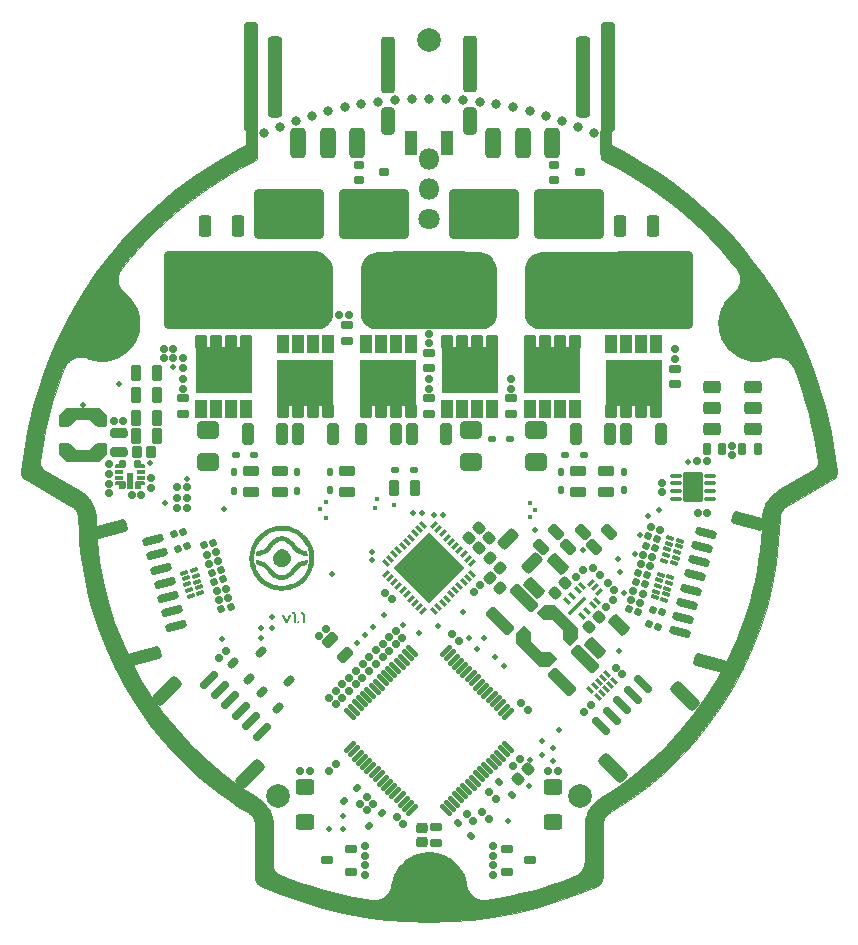
<source format=gbr>
%TF.GenerationSoftware,KiCad,Pcbnew,8.0.5-8.0.5-0~ubuntu24.04.1*%
%TF.CreationDate,2024-10-16T11:05:15+02:00*%
%TF.ProjectId,amulet_controller,616d756c-6574-45f6-936f-6e74726f6c6c,1.1*%
%TF.SameCoordinates,Original*%
%TF.FileFunction,Soldermask,Top*%
%TF.FilePolarity,Negative*%
%FSLAX46Y46*%
G04 Gerber Fmt 4.6, Leading zero omitted, Abs format (unit mm)*
G04 Created by KiCad (PCBNEW 8.0.5-8.0.5-0~ubuntu24.04.1) date 2024-10-16 11:05:15*
%MOMM*%
%LPD*%
G01*
G04 APERTURE LIST*
G04 Aperture macros list*
%AMRoundRect*
0 Rectangle with rounded corners*
0 $1 Rounding radius*
0 $2 $3 $4 $5 $6 $7 $8 $9 X,Y pos of 4 corners*
0 Add a 4 corners polygon primitive as box body*
4,1,4,$2,$3,$4,$5,$6,$7,$8,$9,$2,$3,0*
0 Add four circle primitives for the rounded corners*
1,1,$1+$1,$2,$3*
1,1,$1+$1,$4,$5*
1,1,$1+$1,$6,$7*
1,1,$1+$1,$8,$9*
0 Add four rect primitives between the rounded corners*
20,1,$1+$1,$2,$3,$4,$5,0*
20,1,$1+$1,$4,$5,$6,$7,0*
20,1,$1+$1,$6,$7,$8,$9,0*
20,1,$1+$1,$8,$9,$2,$3,0*%
%AMFreePoly0*
4,1,23,0.185356,0.435856,0.235356,0.385856,0.250001,0.350501,0.250001,-0.124500,0.235356,-0.159855,0.185356,-0.209855,0.150001,-0.224500,-0.500000,-0.224500,-0.535355,-0.209855,-0.585355,-0.159855,-0.600000,-0.124500,-0.600000,0.000501,-0.585355,0.035856,-0.535355,0.085856,-0.500000,0.100501,-0.270708,0.100501,-0.249998,0.121211,-0.249998,0.350501,-0.235353,0.385856,-0.185353,0.435856,
-0.149998,0.450501,0.150001,0.450501,0.185356,0.435856,0.185356,0.435856,$1*%
%AMFreePoly1*
4,1,23,0.235356,0.209855,0.285356,0.159855,0.300001,0.124500,0.300001,-0.350503,0.285356,-0.385858,0.235356,-0.435858,0.200001,-0.450503,-0.099998,-0.450501,-0.135353,-0.435856,-0.185353,-0.385856,-0.199998,-0.350501,-0.199998,-0.121211,-0.220708,-0.100501,-0.450000,-0.100501,-0.485355,-0.085856,-0.535355,-0.035856,-0.550000,-0.000501,-0.550000,0.124500,-0.535355,0.159855,-0.485355,0.209855,
-0.450000,0.224500,0.200001,0.224500,0.235356,0.209855,0.235356,0.209855,$1*%
%AMFreePoly2*
4,1,24,0.485355,0.209855,0.535355,0.159855,0.550000,0.124500,0.550000,-0.000501,0.535355,-0.035856,0.485355,-0.085856,0.450000,-0.100501,0.220708,-0.100501,0.199998,-0.121211,0.199998,-0.350501,0.185353,-0.385856,0.135353,-0.435856,0.099998,-0.450501,-0.200001,-0.450503,-0.235356,-0.435859,-0.235356,-0.435858,-0.285356,-0.385858,-0.300001,-0.350503,-0.300001,0.124500,-0.285356,0.159855,
-0.235356,0.209855,-0.200001,0.224500,0.450000,0.224500,0.485355,0.209855,0.485355,0.209855,$1*%
%AMFreePoly3*
4,1,23,0.135353,0.435856,0.185353,0.385856,0.199998,0.350501,0.199998,0.121211,0.220708,0.100501,0.450000,0.100501,0.485355,0.085856,0.535355,0.035856,0.550000,0.000501,0.550000,-0.124500,0.535355,-0.159855,0.485355,-0.209855,0.450000,-0.224500,-0.200001,-0.224500,-0.235356,-0.209855,-0.285356,-0.159855,-0.300001,-0.124500,-0.300001,0.350501,-0.285356,0.385856,-0.235356,0.435856,
-0.200001,0.450501,0.099998,0.450501,0.135353,0.435856,0.135353,0.435856,$1*%
%AMFreePoly4*
4,1,23,1.050356,1.980355,1.065000,1.945000,1.065000,1.170000,1.050804,1.135099,0.485000,0.554662,0.485000,-0.554662,1.050804,-1.135099,1.065000,-1.170000,1.065000,-1.945000,1.050356,-1.980355,1.014999,-1.995000,0.125000,-1.995000,0.089964,-1.980672,-0.470035,-1.430672,-0.484998,-1.395450,-0.485000,-1.395000,-0.485000,1.395000,-0.470355,1.430355,-0.470035,1.430672,0.089964,1.980672,
0.125000,1.995000,1.014999,1.995000,1.050356,1.980355,1.050356,1.980355,$1*%
%AMFreePoly5*
4,1,23,-0.089964,1.980672,0.470035,1.430672,0.484998,1.395450,0.485000,1.395000,0.485000,-1.395000,0.470355,-1.430355,0.470035,-1.430672,-0.089964,-1.980672,-0.125000,-1.995000,-1.014999,-1.995000,-1.050356,-1.980355,-1.065000,-1.945000,-1.065000,-1.170000,-1.050804,-1.135099,-0.485000,-0.554662,-0.485000,0.554662,-1.050804,1.135099,-1.065000,1.170000,-1.065000,1.945000,-1.050356,1.980355,
-1.014999,1.995000,-0.125000,1.995000,-0.089964,1.980672,-0.089964,1.980672,$1*%
G04 Aperture macros list end*
%ADD10C,0.100000*%
%ADD11C,0.160000*%
%ADD12C,0.000000*%
%ADD13RoundRect,0.262500X0.583363X-0.954594X0.954594X-0.583363X-0.583363X0.954594X-0.954594X0.583363X0*%
%ADD14C,0.800000*%
%ADD15C,0.499800*%
%ADD16RoundRect,0.155000X-0.155000X-0.155000X0.155000X-0.155000X0.155000X0.155000X-0.155000X0.155000X0*%
%ADD17RoundRect,0.050000X-0.425000X0.725000X-0.425000X-0.725000X0.425000X-0.725000X0.425000X0.725000X0*%
%ADD18RoundRect,0.050000X-2.330000X1.875000X-2.330000X-1.875000X2.330000X-1.875000X2.330000X1.875000X0*%
%ADD19RoundRect,0.050000X-0.425000X0.550000X-0.425000X-0.550000X0.425000X-0.550000X0.425000X0.550000X0*%
%ADD20RoundRect,0.162500X-0.114905X-0.199021X0.199021X-0.114905X0.114905X0.199021X-0.199021X0.114905X0*%
%ADD21RoundRect,0.155000X-0.189835X-0.109602X0.109602X-0.189835X0.189835X0.109602X-0.109602X0.189835X0*%
%ADD22RoundRect,0.212500X-0.053033X0.353553X-0.353553X0.053033X0.053033X-0.353553X0.353553X-0.053033X0*%
%ADD23RoundRect,0.175000X0.375000X0.175000X-0.375000X0.175000X-0.375000X-0.175000X0.375000X-0.175000X0*%
%ADD24RoundRect,0.155000X-0.219203X0.000000X0.000000X-0.219203X0.219203X0.000000X0.000000X0.219203X0*%
%ADD25RoundRect,0.212500X-0.194454X0.494975X-0.494975X0.194454X0.194454X-0.494975X0.494975X-0.194454X0*%
%ADD26RoundRect,0.155000X-0.109602X-0.189835X0.189835X-0.109602X0.109602X0.189835X-0.189835X0.109602X0*%
%ADD27RoundRect,0.100000X-0.375000X-0.100000X0.375000X-0.100000X0.375000X0.100000X-0.375000X0.100000X0*%
%ADD28RoundRect,0.050000X-0.800000X-1.200000X0.800000X-1.200000X0.800000X1.200000X-0.800000X1.200000X0*%
%ADD29RoundRect,0.155000X0.219203X0.000000X0.000000X0.219203X-0.219203X0.000000X0.000000X-0.219203X0*%
%ADD30RoundRect,0.187500X0.312500X-0.187500X0.312500X0.187500X-0.312500X0.187500X-0.312500X-0.187500X0*%
%ADD31RoundRect,0.125000X-0.225000X-0.125000X0.225000X-0.125000X0.225000X0.125000X-0.225000X0.125000X0*%
%ADD32RoundRect,0.050000X-0.123744X0.300520X-0.300520X0.123744X0.123744X-0.300520X0.300520X-0.123744X0*%
%ADD33RoundRect,0.212500X0.212500X0.487500X-0.212500X0.487500X-0.212500X-0.487500X0.212500X-0.487500X0*%
%ADD34RoundRect,0.335000X0.335000X0.965000X-0.335000X0.965000X-0.335000X-0.965000X0.335000X-0.965000X0*%
%ADD35RoundRect,0.300000X0.300000X0.847500X-0.300000X0.847500X-0.300000X-0.847500X0.300000X-0.847500X0*%
%ADD36RoundRect,0.300000X0.300000X3.147500X-0.300000X3.147500X-0.300000X-3.147500X0.300000X-3.147500X0*%
%ADD37RoundRect,0.300000X0.300000X2.102500X-0.300000X2.102500X-0.300000X-2.102500X0.300000X-2.102500X0*%
%ADD38RoundRect,0.212500X-0.487500X0.212500X-0.487500X-0.212500X0.487500X-0.212500X0.487500X0.212500X0*%
%ADD39RoundRect,0.155000X0.000000X0.219203X-0.219203X0.000000X0.000000X-0.219203X0.219203X0.000000X0*%
%ADD40RoundRect,0.162500X-0.162500X0.162500X-0.162500X-0.162500X0.162500X-0.162500X0.162500X0.162500X0*%
%ADD41RoundRect,0.125000X-0.247487X0.070711X0.070711X-0.247487X0.247487X-0.070711X-0.070711X0.247487X0*%
%ADD42RoundRect,0.260000X0.540000X-0.390000X0.540000X0.390000X-0.540000X0.390000X-0.540000X-0.390000X0*%
%ADD43RoundRect,0.162500X0.199021X0.114905X-0.114905X0.199021X-0.199021X-0.114905X0.114905X-0.199021X0*%
%ADD44RoundRect,0.217391X0.282609X0.682609X-0.282609X0.682609X-0.282609X-0.682609X0.282609X-0.682609X0*%
%ADD45RoundRect,0.162500X-0.229810X0.000000X0.000000X-0.229810X0.229810X0.000000X0.000000X0.229810X0*%
%ADD46RoundRect,0.155000X0.000000X-0.219203X0.219203X0.000000X0.000000X0.219203X-0.219203X0.000000X0*%
%ADD47RoundRect,0.050000X0.425000X-0.725000X0.425000X0.725000X-0.425000X0.725000X-0.425000X-0.725000X0*%
%ADD48RoundRect,0.050000X2.330000X-1.875000X2.330000X1.875000X-2.330000X1.875000X-2.330000X-1.875000X0*%
%ADD49RoundRect,0.050000X0.425000X-0.550000X0.425000X0.550000X-0.425000X0.550000X-0.425000X-0.550000X0*%
%ADD50RoundRect,0.212500X0.487500X-0.212500X0.487500X0.212500X-0.487500X0.212500X-0.487500X-0.212500X0*%
%ADD51RoundRect,0.217391X-0.682512X-0.282843X-0.282843X-0.682512X0.682512X0.282843X0.282843X0.682512X0*%
%ADD52C,0.399800*%
%ADD53C,2.000000*%
%ADD54RoundRect,0.187500X-0.312500X0.187500X-0.312500X-0.187500X0.312500X-0.187500X0.312500X0.187500X0*%
%ADD55RoundRect,0.162500X0.229810X0.000000X0.000000X0.229810X-0.229810X0.000000X0.000000X-0.229810X0*%
%ADD56RoundRect,0.162500X0.162500X0.162500X-0.162500X0.162500X-0.162500X-0.162500X0.162500X-0.162500X0*%
%ADD57RoundRect,0.162500X0.000000X-0.229810X0.229810X0.000000X0.000000X0.229810X-0.229810X0.000000X0*%
%ADD58RoundRect,0.375000X0.575000X-0.375000X0.575000X0.375000X-0.575000X0.375000X-0.575000X-0.375000X0*%
%ADD59RoundRect,0.155000X0.189835X0.109602X-0.109602X0.189835X-0.189835X-0.109602X0.109602X-0.189835X0*%
%ADD60RoundRect,0.155000X-0.155000X0.155000X-0.155000X-0.155000X0.155000X-0.155000X0.155000X0.155000X0*%
%ADD61RoundRect,0.200000X-0.525000X0.200000X-0.525000X-0.200000X0.525000X-0.200000X0.525000X0.200000X0*%
%ADD62RoundRect,0.162500X0.162500X-0.162500X0.162500X0.162500X-0.162500X0.162500X-0.162500X-0.162500X0*%
%ADD63RoundRect,0.212500X-0.494975X-0.194454X-0.194454X-0.494975X0.494975X0.194454X0.194454X0.494975X0*%
%ADD64RoundRect,0.228260X-0.296740X-0.671740X0.296740X-0.671740X0.296740X0.671740X-0.296740X0.671740X0*%
%ADD65RoundRect,0.212500X0.287500X-0.212500X0.287500X0.212500X-0.287500X0.212500X-0.287500X-0.212500X0*%
%ADD66RoundRect,0.175000X-0.106066X-0.353553X0.353553X0.106066X0.106066X0.353553X-0.353553X-0.106066X0*%
%ADD67RoundRect,0.162500X-0.287500X-0.162500X0.287500X-0.162500X0.287500X0.162500X-0.287500X0.162500X0*%
%ADD68RoundRect,0.087500X-0.123744X0.247487X-0.247487X0.123744X0.123744X-0.247487X0.247487X-0.123744X0*%
%ADD69RoundRect,0.087500X0.247487X0.123744X0.123744X0.247487X-0.247487X-0.123744X-0.123744X-0.247487X0*%
%ADD70RoundRect,0.087500X0.680590X0.556847X0.556847X0.680590X-0.680590X-0.556847X-0.556847X-0.680590X0*%
%ADD71RoundRect,0.155000X0.109602X0.189835X-0.189835X0.109602X-0.109602X-0.189835X0.189835X-0.109602X0*%
%ADD72RoundRect,0.155000X0.155000X0.155000X-0.155000X0.155000X-0.155000X-0.155000X0.155000X-0.155000X0*%
%ADD73RoundRect,0.228260X0.296740X0.671740X-0.296740X0.671740X-0.296740X-0.671740X0.296740X-0.671740X0*%
%ADD74RoundRect,0.175000X-0.636396X-0.388909X-0.388909X-0.636396X0.636396X0.388909X0.388909X0.636396X0*%
%ADD75RoundRect,0.275000X-0.989949X-0.601041X-0.601041X-0.989949X0.989949X0.601041X0.601041X0.989949X0*%
%ADD76RoundRect,0.212500X0.194454X-0.494975X0.494975X-0.194454X-0.194454X0.494975X-0.494975X0.194454X0*%
%ADD77FreePoly0,180.000000*%
%ADD78RoundRect,0.050000X0.300000X0.125000X-0.300000X0.125000X-0.300000X-0.125000X0.300000X-0.125000X0*%
%ADD79FreePoly1,180.000000*%
%ADD80FreePoly2,180.000000*%
%ADD81FreePoly3,180.000000*%
%ADD82RoundRect,0.050000X0.175000X0.650000X-0.175000X0.650000X-0.175000X-0.650000X0.175000X-0.650000X0*%
%ADD83C,0.900000*%
%ADD84C,5.400000*%
%ADD85RoundRect,0.095000X0.325269X0.459619X-0.459619X-0.325269X-0.325269X-0.459619X0.459619X0.325269X0*%
%ADD86RoundRect,0.095000X-0.325269X0.459619X-0.459619X0.325269X0.325269X-0.459619X0.459619X-0.325269X0*%
%ADD87C,1.800000*%
%ADD88O,1.800000X1.800000*%
%ADD89RoundRect,0.125000X0.125000X-0.225000X0.125000X0.225000X-0.125000X0.225000X-0.125000X-0.225000X0*%
%ADD90RoundRect,0.175000X0.655003X-0.356681X0.745590X-0.018607X-0.655003X0.356681X-0.745590X0.018607X0*%
%ADD91RoundRect,0.275000X1.015491X-0.556801X1.157842X-0.025542X-1.015491X0.556801X-1.157842X0.025542X0*%
%ADD92FreePoly4,225.000000*%
%ADD93FreePoly5,225.000000*%
%ADD94RoundRect,0.330000X2.970000X2.970000X-2.970000X2.970000X-2.970000X-2.970000X2.970000X-2.970000X0*%
%ADD95RoundRect,0.155000X0.155000X-0.155000X0.155000X0.155000X-0.155000X0.155000X-0.155000X-0.155000X0*%
%ADD96RoundRect,0.212500X-0.353553X-0.053033X-0.053033X-0.353553X0.353553X0.053033X0.053033X0.353553X0*%
%ADD97RoundRect,0.175000X0.388909X-0.636396X0.636396X-0.388909X-0.388909X0.636396X-0.636396X0.388909X0*%
%ADD98RoundRect,0.275000X0.601041X-0.989949X0.989949X-0.601041X-0.601041X0.989949X-0.989949X0.601041X0*%
%ADD99RoundRect,0.212500X0.053033X-0.353553X0.353553X-0.053033X-0.053033X0.353553X-0.353553X0.053033X0*%
%ADD100RoundRect,0.228260X-0.265165X0.684819X-0.684819X0.265165X0.265165X-0.684819X0.684819X-0.265165X0*%
%ADD101RoundRect,0.217391X-0.282609X-0.682609X0.282609X-0.682609X0.282609X0.682609X-0.282609X0.682609X0*%
%ADD102RoundRect,0.187500X0.187500X0.312500X-0.187500X0.312500X-0.187500X-0.312500X0.187500X-0.312500X0*%
%ADD103RoundRect,0.175000X-0.375000X-0.175000X0.375000X-0.175000X0.375000X0.175000X-0.375000X0.175000X0*%
%ADD104RoundRect,0.050000X-0.257425X0.198386X-0.322130X-0.043095X0.257425X-0.198386X0.322130X0.043095X0*%
%ADD105RoundRect,0.125000X-0.070711X-0.247487X0.247487X0.070711X0.070711X0.247487X-0.247487X-0.070711X0*%
%ADD106RoundRect,0.330000X-2.970000X-2.970000X2.970000X-2.970000X2.970000X2.970000X-2.970000X2.970000X0*%
%ADD107RoundRect,0.212500X0.212500X0.287500X-0.212500X0.287500X-0.212500X-0.287500X0.212500X-0.287500X0*%
%ADD108RoundRect,0.125000X0.225000X0.125000X-0.225000X0.125000X-0.225000X-0.125000X0.225000X-0.125000X0*%
%ADD109RoundRect,0.162500X0.000000X0.229810X-0.229810X0.000000X0.000000X-0.229810X0.229810X0.000000X0*%
%ADD110RoundRect,0.212500X-0.212500X-0.487500X0.212500X-0.487500X0.212500X0.487500X-0.212500X0.487500X0*%
%ADD111RoundRect,0.050000X0.322130X-0.043095X0.257425X0.198386X-0.322130X0.043095X-0.257425X-0.198386X0*%
%ADD112FreePoly4,90.000000*%
%ADD113FreePoly5,90.000000*%
%ADD114RoundRect,0.080000X0.134350X0.247487X-0.247487X-0.134350X-0.134350X-0.247487X0.247487X0.134350X0*%
%ADD115RoundRect,0.080000X-0.134350X0.247487X-0.247487X0.134350X0.134350X-0.247487X0.247487X-0.134350X0*%
%ADD116RoundRect,0.107500X0.000000X2.888531X-2.888531X0.000000X0.000000X-2.888531X2.888531X0.000000X0*%
%ADD117RoundRect,0.175000X-0.745590X-0.018607X-0.655003X-0.356681X0.745590X0.018607X0.655003X0.356681X0*%
%ADD118RoundRect,0.275000X-1.157842X-0.025542X-1.015491X-0.556801X1.157842X0.025542X1.015491X0.556801X0*%
%ADD119RoundRect,0.275000X0.475000X0.275000X-0.475000X0.275000X-0.475000X-0.275000X0.475000X-0.275000X0*%
%ADD120RoundRect,0.425000X2.550000X1.700000X-2.550000X1.700000X-2.550000X-1.700000X2.550000X-1.700000X0*%
%ADD121RoundRect,0.050000X0.450000X1.000000X-0.450000X1.000000X-0.450000X-1.000000X0.450000X-1.000000X0*%
%ADD122RoundRect,0.100000X0.400000X0.950000X-0.400000X0.950000X-0.400000X-0.950000X0.400000X-0.950000X0*%
G04 APERTURE END LIST*
D10*
X163950000Y-58930000D02*
X164491593Y-59204906D01*
X165501551Y-59750751D01*
X166492900Y-60329707D01*
X167464554Y-60941141D01*
X168415450Y-61584382D01*
X169344547Y-62258727D01*
X169876674Y-62657587D01*
X170536186Y-63181644D01*
X171391523Y-63907658D01*
X172221874Y-64659953D01*
X173026693Y-65437851D01*
X173805410Y-66240680D01*
X174557475Y-67067762D01*
X175282334Y-67918415D01*
X175979425Y-68791975D01*
X176648190Y-69687753D01*
X176924984Y-70100963D01*
X174384698Y-71641249D01*
X174260000Y-71470000D01*
X174317953Y-71422567D01*
X174373226Y-71372526D01*
X174425751Y-71320004D01*
X174475468Y-71265107D01*
X174522308Y-71207968D01*
X174566198Y-71148685D01*
X174607081Y-71087392D01*
X174644887Y-71024213D01*
X174679544Y-70959241D01*
X174710987Y-70892616D01*
X174739154Y-70824451D01*
X174763978Y-70754856D01*
X174785383Y-70683956D01*
X174803313Y-70611871D01*
X174817696Y-70538717D01*
X174828471Y-70464602D01*
X174835532Y-70390052D01*
X174838855Y-70315572D01*
X174838491Y-70241287D01*
X174834452Y-70167342D01*
X174826793Y-70093854D01*
X174815556Y-70020962D01*
X174800759Y-69948787D01*
X174782452Y-69877466D01*
X174760666Y-69807133D01*
X174735443Y-69737912D01*
X174706817Y-69669937D01*
X174674823Y-69603334D01*
X174639504Y-69538242D01*
X174600887Y-69474781D01*
X174559018Y-69413091D01*
X174513935Y-69353301D01*
X173865457Y-68561815D01*
X173193391Y-67791228D01*
X172498237Y-67042061D01*
X172034698Y-66566249D01*
X171608181Y-66155493D01*
X170782079Y-65381781D01*
X169930088Y-64636675D01*
X169053196Y-63921039D01*
X168152424Y-63235706D01*
X167228817Y-62581471D01*
X166283449Y-61959094D01*
X165317418Y-61369300D01*
X164331847Y-60812772D01*
X163327881Y-60290158D01*
X163050000Y-60150000D01*
X163050000Y-57750000D01*
X163950000Y-57750000D01*
X163950000Y-58930000D01*
G36*
X163950000Y-58930000D02*
G01*
X164491593Y-59204906D01*
X165501551Y-59750751D01*
X166492900Y-60329707D01*
X167464554Y-60941141D01*
X168415450Y-61584382D01*
X169344547Y-62258727D01*
X169876674Y-62657587D01*
X170536186Y-63181644D01*
X171391523Y-63907658D01*
X172221874Y-64659953D01*
X173026693Y-65437851D01*
X173805410Y-66240680D01*
X174557475Y-67067762D01*
X175282334Y-67918415D01*
X175979425Y-68791975D01*
X176648190Y-69687753D01*
X176924984Y-70100963D01*
X174384698Y-71641249D01*
X174260000Y-71470000D01*
X174317953Y-71422567D01*
X174373226Y-71372526D01*
X174425751Y-71320004D01*
X174475468Y-71265107D01*
X174522308Y-71207968D01*
X174566198Y-71148685D01*
X174607081Y-71087392D01*
X174644887Y-71024213D01*
X174679544Y-70959241D01*
X174710987Y-70892616D01*
X174739154Y-70824451D01*
X174763978Y-70754856D01*
X174785383Y-70683956D01*
X174803313Y-70611871D01*
X174817696Y-70538717D01*
X174828471Y-70464602D01*
X174835532Y-70390052D01*
X174838855Y-70315572D01*
X174838491Y-70241287D01*
X174834452Y-70167342D01*
X174826793Y-70093854D01*
X174815556Y-70020962D01*
X174800759Y-69948787D01*
X174782452Y-69877466D01*
X174760666Y-69807133D01*
X174735443Y-69737912D01*
X174706817Y-69669937D01*
X174674823Y-69603334D01*
X174639504Y-69538242D01*
X174600887Y-69474781D01*
X174559018Y-69413091D01*
X174513935Y-69353301D01*
X173865457Y-68561815D01*
X173193391Y-67791228D01*
X172498237Y-67042061D01*
X172034698Y-66566249D01*
X171608181Y-66155493D01*
X170782079Y-65381781D01*
X169930088Y-64636675D01*
X169053196Y-63921039D01*
X168152424Y-63235706D01*
X167228817Y-62581471D01*
X166283449Y-61959094D01*
X165317418Y-61369300D01*
X164331847Y-60812772D01*
X163327881Y-60290158D01*
X163050000Y-60150000D01*
X163050000Y-57750000D01*
X163950000Y-57750000D01*
X163950000Y-58930000D01*
G37*
X164150000Y-48700000D02*
X164150000Y-57550000D01*
X163050000Y-58650000D01*
X163050000Y-48700000D01*
X163200000Y-48550000D01*
X164000000Y-48550000D01*
X164150000Y-48700000D01*
G36*
X164150000Y-48700000D02*
G01*
X164150000Y-57550000D01*
X163050000Y-58650000D01*
X163050000Y-48700000D01*
X163200000Y-48550000D01*
X164000000Y-48550000D01*
X164150000Y-48700000D01*
G37*
X133950000Y-48700000D02*
X133950000Y-58650000D01*
X132850000Y-57550000D01*
X132850000Y-48700000D01*
X133000000Y-48550000D01*
X133800000Y-48550000D01*
X133950000Y-48700000D01*
G36*
X133950000Y-48700000D02*
G01*
X133950000Y-58650000D01*
X132850000Y-57550000D01*
X132850000Y-48700000D01*
X133000000Y-48550000D01*
X133800000Y-48550000D01*
X133950000Y-48700000D01*
G37*
X177458763Y-70882106D02*
X178062591Y-71829744D01*
X178634547Y-72794916D01*
X179174316Y-73776787D01*
X179681602Y-74774541D01*
X180156088Y-75787358D01*
X180597474Y-76814415D01*
X181005450Y-77854889D01*
X181379710Y-78907968D01*
X181719951Y-79972815D01*
X182025863Y-81048623D01*
X182297133Y-82134559D01*
X182533465Y-83229809D01*
X182734545Y-84333556D01*
X182900067Y-85444970D01*
X183029727Y-86563236D01*
X183032940Y-86614418D01*
X183032422Y-86665208D01*
X183028264Y-86715437D01*
X183020560Y-86764926D01*
X183009387Y-86813509D01*
X182994841Y-86861007D01*
X182977012Y-86907261D01*
X182955981Y-86952082D01*
X182931836Y-86995314D01*
X182904675Y-87036778D01*
X182874577Y-87076298D01*
X182841634Y-87113706D01*
X182805934Y-87148834D01*
X182767564Y-87181506D01*
X182726614Y-87211550D01*
X182683172Y-87238793D01*
X178844883Y-89454809D01*
X178808318Y-89476725D01*
X178772637Y-89499727D01*
X178737855Y-89523786D01*
X178703997Y-89548876D01*
X178671067Y-89574966D01*
X178639089Y-89602033D01*
X178608078Y-89630045D01*
X178578047Y-89658975D01*
X178549020Y-89688796D01*
X178521008Y-89719477D01*
X178494031Y-89750998D01*
X178468098Y-89783319D01*
X178443233Y-89816426D01*
X178419449Y-89850279D01*
X178396764Y-89884857D01*
X178375195Y-89920133D01*
X178354758Y-89956070D01*
X178335465Y-89992651D01*
X178317337Y-90029846D01*
X178300393Y-90067615D01*
X178284644Y-90105949D01*
X178270109Y-90144808D01*
X178256804Y-90184167D01*
X178244749Y-90223996D01*
X178233951Y-90264274D01*
X178224435Y-90304966D01*
X178216215Y-90346049D01*
X178209308Y-90387487D01*
X178203730Y-90429261D01*
X178199495Y-90471337D01*
X178196627Y-90513695D01*
X178195133Y-90556299D01*
X178098398Y-92460799D01*
X177881777Y-94341352D01*
X177548079Y-96193108D01*
X177100094Y-98011212D01*
X176540626Y-99790822D01*
X175872471Y-101527082D01*
X175098438Y-103215143D01*
X174221321Y-104850154D01*
X173243924Y-106427271D01*
X172169039Y-107941638D01*
X170999473Y-109388405D01*
X169738025Y-110762726D01*
X168387496Y-112059751D01*
X166950683Y-113274623D01*
X165430387Y-114402497D01*
X163829410Y-115438524D01*
X163793256Y-115461120D01*
X163758012Y-115484783D01*
X163723684Y-115509494D01*
X163690298Y-115535213D01*
X163657864Y-115561915D01*
X163626396Y-115589577D01*
X163595909Y-115618165D01*
X163566428Y-115647653D01*
X163537961Y-115678011D01*
X163510526Y-115709211D01*
X163484138Y-115741228D01*
X163458818Y-115774033D01*
X163434578Y-115807597D01*
X163411429Y-115841892D01*
X163368488Y-115912559D01*
X163330121Y-115985811D01*
X163312694Y-116023335D01*
X163296457Y-116061421D01*
X163281428Y-116100040D01*
X163267622Y-116139163D01*
X163255055Y-116178765D01*
X163243745Y-116218816D01*
X163233702Y-116259286D01*
X163224949Y-116300147D01*
X163217501Y-116341376D01*
X163211370Y-116382940D01*
X163206573Y-116424809D01*
X163203129Y-116466960D01*
X163201047Y-116509365D01*
X163200353Y-116551990D01*
X163200352Y-120984023D01*
X163198483Y-121035271D01*
X163192941Y-121085760D01*
X163183832Y-121135332D01*
X163171262Y-121183814D01*
X163155337Y-121231046D01*
X163136159Y-121276875D01*
X163113834Y-121321130D01*
X163088466Y-121363653D01*
X163060162Y-121404278D01*
X163029024Y-121442843D01*
X162995158Y-121479189D01*
X162958668Y-121513149D01*
X162919661Y-121544571D01*
X162878244Y-121573280D01*
X162834511Y-121599121D01*
X162788582Y-121621926D01*
X161070547Y-122343388D01*
X159325314Y-122968649D01*
X157556766Y-123497721D01*
X155768791Y-123930597D01*
X153965275Y-124267278D01*
X152150103Y-124507764D01*
X150327157Y-124652055D01*
X148500328Y-124700152D01*
X146673502Y-124652053D01*
X144850556Y-124507763D01*
X143035385Y-124267276D01*
X141231870Y-123930594D01*
X139443899Y-123497717D01*
X137675357Y-122968646D01*
X135930128Y-122343382D01*
X134212101Y-121621920D01*
X134188866Y-121610902D01*
X134166167Y-121599110D01*
X134144022Y-121586562D01*
X134122439Y-121573272D01*
X134101433Y-121559269D01*
X134081022Y-121544563D01*
X134061208Y-121529181D01*
X134042016Y-121513146D01*
X134023449Y-121496471D01*
X134005528Y-121479179D01*
X133988261Y-121461296D01*
X133971663Y-121442836D01*
X133955747Y-121423817D01*
X133940528Y-121404271D01*
X133926017Y-121384204D01*
X133912227Y-121363644D01*
X133899170Y-121342612D01*
X133886863Y-121321120D01*
X133875315Y-121299200D01*
X133864544Y-121276867D01*
X133854553Y-121254142D01*
X133845363Y-121231042D01*
X133836989Y-121207591D01*
X133829440Y-121183808D01*
X133822731Y-121159714D01*
X133816876Y-121135327D01*
X133811880Y-121110670D01*
X133807770Y-121085761D01*
X133804546Y-121060622D01*
X133802226Y-121035273D01*
X133800827Y-121009730D01*
X133800358Y-120984026D01*
X133800358Y-116551989D01*
X133797582Y-116466962D01*
X133789341Y-116382938D01*
X133775759Y-116300153D01*
X133756965Y-116218816D01*
X133733087Y-116139163D01*
X133704253Y-116061419D01*
X133670590Y-115985812D01*
X133632223Y-115912558D01*
X133589284Y-115841891D01*
X133541896Y-115774033D01*
X133490191Y-115709213D01*
X133434294Y-115647650D01*
X133374332Y-115589572D01*
X133310431Y-115535212D01*
X133242722Y-115484789D01*
X133171330Y-115438524D01*
X132360930Y-114932297D01*
X131570352Y-114402497D01*
X130799944Y-113849737D01*
X130050056Y-113274622D01*
X129321040Y-112677757D01*
X128613242Y-112059748D01*
X127927016Y-111421200D01*
X127262707Y-110762725D01*
X126001260Y-109388405D01*
X124831692Y-107941637D01*
X123756806Y-106427270D01*
X122779401Y-104850153D01*
X121902283Y-103215141D01*
X121128247Y-101527079D01*
X120460090Y-99790821D01*
X119900622Y-98011212D01*
X119662518Y-97106668D01*
X119452635Y-96193106D01*
X119271321Y-95271135D01*
X119118931Y-94341352D01*
X118995810Y-93404373D01*
X118902315Y-92460799D01*
X118838780Y-91511241D01*
X118805574Y-90556299D01*
X118801209Y-90471342D01*
X118791395Y-90387490D01*
X118776262Y-90304966D01*
X118755948Y-90223998D01*
X118730587Y-90144808D01*
X118700301Y-90067617D01*
X118665229Y-89992651D01*
X118625497Y-89920131D01*
X118581243Y-89850280D01*
X118532596Y-89783321D01*
X118479685Y-89719477D01*
X118422642Y-89658975D01*
X118361602Y-89602033D01*
X118296694Y-89548876D01*
X118228048Y-89499727D01*
X118155796Y-89454809D01*
X114317542Y-87238795D01*
X114295508Y-87225533D01*
X114274090Y-87211550D01*
X114253295Y-87196866D01*
X114233135Y-87181506D01*
X114213620Y-87165488D01*
X114194761Y-87148835D01*
X114176569Y-87131565D01*
X114159060Y-87113706D01*
X114142235Y-87095278D01*
X114126115Y-87076297D01*
X114110702Y-87056790D01*
X114096013Y-87036774D01*
X114082059Y-87016275D01*
X114068849Y-86995313D01*
X114056395Y-86973911D01*
X114044710Y-86952088D01*
X114033798Y-86929863D01*
X114023678Y-86907261D01*
X114014359Y-86884305D01*
X114005847Y-86861011D01*
X113998159Y-86837411D01*
X113991303Y-86813513D01*
X113985294Y-86789345D01*
X113980134Y-86764931D01*
X113975841Y-86740289D01*
X113972429Y-86715440D01*
X113969901Y-86690410D01*
X113968277Y-86665216D01*
X113967561Y-86639881D01*
X113967764Y-86614426D01*
X113968902Y-86588873D01*
X113970980Y-86563243D01*
X114100630Y-85444979D01*
X114266146Y-84333564D01*
X114467218Y-83229818D01*
X114703545Y-82134564D01*
X114974813Y-81048624D01*
X115280721Y-79972821D01*
X115620959Y-78907970D01*
X115995221Y-77854894D01*
X116403200Y-76814419D01*
X116844583Y-75787362D01*
X117319073Y-74774545D01*
X117826360Y-73776790D01*
X118366129Y-72794918D01*
X118938085Y-71829751D01*
X119541918Y-70882105D01*
X120177311Y-69952810D01*
X122387546Y-71228872D01*
X122521466Y-71310562D01*
X122650043Y-71397784D01*
X122773199Y-71490291D01*
X122890868Y-71587856D01*
X123002971Y-71690235D01*
X123109447Y-71797194D01*
X123210209Y-71908493D01*
X123305191Y-72023894D01*
X123394324Y-72143160D01*
X123477526Y-72266057D01*
X123554735Y-72392339D01*
X123625873Y-72521771D01*
X123690868Y-72654119D01*
X123749645Y-72789146D01*
X123802140Y-72926605D01*
X123848268Y-73066272D01*
X123887970Y-73207900D01*
X123921161Y-73351248D01*
X123947774Y-73496087D01*
X123967738Y-73642174D01*
X123980980Y-73789275D01*
X123987427Y-73937148D01*
X123987001Y-74085560D01*
X123979636Y-74234269D01*
X123965259Y-74383039D01*
X123943795Y-74531631D01*
X123915173Y-74679810D01*
X123879319Y-74827335D01*
X123836161Y-74973973D01*
X123785629Y-75119481D01*
X123727647Y-75263619D01*
X123662143Y-75406157D01*
X123589835Y-75545368D01*
X123511649Y-75679624D01*
X123427807Y-75808842D01*
X123338548Y-75932927D01*
X123244105Y-76051794D01*
X123144704Y-76165357D01*
X123040584Y-76273520D01*
X122931975Y-76376203D01*
X122819107Y-76473306D01*
X122702213Y-76564749D01*
X122581530Y-76650442D01*
X122457284Y-76730296D01*
X122329709Y-76804221D01*
X122199038Y-76872127D01*
X122065501Y-76933931D01*
X121929336Y-76989540D01*
X121790770Y-77038865D01*
X121650035Y-77081818D01*
X121507365Y-77118311D01*
X121362992Y-77148255D01*
X121217149Y-77171563D01*
X121070067Y-77188139D01*
X120921976Y-77197905D01*
X120773113Y-77200766D01*
X120623706Y-77196634D01*
X120473988Y-77185419D01*
X120324194Y-77167036D01*
X120174554Y-77141397D01*
X120025307Y-77108402D01*
X119876671Y-77067977D01*
X119728888Y-77020027D01*
X119582189Y-76964466D01*
X119512133Y-76937998D01*
X119441164Y-76915152D01*
X119369415Y-76895928D01*
X119297020Y-76880318D01*
X119224117Y-76868328D01*
X119150841Y-76859956D01*
X119077327Y-76855199D01*
X119003708Y-76854056D01*
X118930123Y-76856524D01*
X118856705Y-76862607D01*
X118783592Y-76872298D01*
X118710916Y-76885596D01*
X118638814Y-76902508D01*
X118567424Y-76923022D01*
X118496877Y-76947145D01*
X118427309Y-76974872D01*
X118359213Y-77006032D01*
X118293042Y-77040390D01*
X118228896Y-77077848D01*
X118166869Y-77118318D01*
X118107051Y-77161691D01*
X118049538Y-77207879D01*
X117994434Y-77256773D01*
X117941818Y-77308288D01*
X117891795Y-77362322D01*
X117844457Y-77418777D01*
X117799898Y-77477551D01*
X117758213Y-77538557D01*
X117719497Y-77601695D01*
X117683845Y-77666866D01*
X117651346Y-77733966D01*
X117622106Y-77802907D01*
X117260894Y-78760252D01*
X116929587Y-79727570D01*
X116628354Y-80704173D01*
X116357394Y-81689351D01*
X116116872Y-82682398D01*
X115906983Y-83682618D01*
X115727900Y-84689300D01*
X115579807Y-85701744D01*
X115574598Y-85757989D01*
X115573619Y-85813890D01*
X115576770Y-85869253D01*
X115583955Y-85923874D01*
X115595074Y-85977555D01*
X115610021Y-86030086D01*
X115628708Y-86081280D01*
X115651027Y-86130926D01*
X115676882Y-86178824D01*
X115706176Y-86224780D01*
X115738806Y-86268585D01*
X115774669Y-86310042D01*
X115813672Y-86348951D01*
X115855715Y-86385107D01*
X115900696Y-86418315D01*
X115948520Y-86448367D01*
X118905826Y-88155772D01*
X118984587Y-88202977D01*
X119061438Y-88252518D01*
X119136351Y-88304336D01*
X119209288Y-88358373D01*
X119280213Y-88414570D01*
X119349092Y-88472864D01*
X119415886Y-88533197D01*
X119480564Y-88595508D01*
X119543088Y-88659736D01*
X119603424Y-88725823D01*
X119661537Y-88793709D01*
X119717386Y-88863330D01*
X119770946Y-88934630D01*
X119822172Y-89007551D01*
X119871031Y-89082022D01*
X119917490Y-89157996D01*
X119961517Y-89235406D01*
X120003065Y-89314193D01*
X120042109Y-89394302D01*
X120078610Y-89475661D01*
X120112530Y-89558219D01*
X120143841Y-89641919D01*
X120172497Y-89726691D01*
X120198471Y-89812482D01*
X120221727Y-89899230D01*
X120242221Y-89986873D01*
X120259930Y-90075356D01*
X120274812Y-90164614D01*
X120286831Y-90254587D01*
X120295952Y-90345220D01*
X120302141Y-90436447D01*
X120305363Y-90528211D01*
X120397220Y-92336526D01*
X120602906Y-94122100D01*
X120919762Y-95880332D01*
X121345125Y-97606613D01*
X121876344Y-99296341D01*
X122510755Y-100944911D01*
X123245700Y-102547715D01*
X124078522Y-104100155D01*
X125006563Y-105597617D01*
X126027158Y-107035500D01*
X127137653Y-108409199D01*
X128335395Y-109714111D01*
X129617716Y-110945626D01*
X130981962Y-112099142D01*
X132425471Y-113170056D01*
X133945591Y-114153757D01*
X134023449Y-114202426D01*
X134099359Y-114253398D01*
X134173284Y-114306611D01*
X134245195Y-114362006D01*
X134315054Y-114419521D01*
X134382826Y-114479095D01*
X134448479Y-114540668D01*
X134511978Y-114604176D01*
X134573290Y-114669566D01*
X134632374Y-114736773D01*
X134689203Y-114805733D01*
X134743741Y-114876389D01*
X134795953Y-114948680D01*
X134845805Y-115022544D01*
X134938289Y-115174751D01*
X135020922Y-115332524D01*
X135058456Y-115413348D01*
X135093427Y-115495381D01*
X135125796Y-115578561D01*
X135155529Y-115662825D01*
X135182597Y-115748122D01*
X135206956Y-115834386D01*
X135228585Y-115921550D01*
X135247437Y-116009564D01*
X135263482Y-116098362D01*
X135276690Y-116187884D01*
X135287019Y-116278066D01*
X135294440Y-116368853D01*
X135298918Y-116460180D01*
X135300419Y-116551989D01*
X135300417Y-119966802D01*
X135302538Y-120023239D01*
X135308812Y-120078801D01*
X135319108Y-120133283D01*
X135333305Y-120186514D01*
X135351278Y-120238300D01*
X135372905Y-120288456D01*
X135398057Y-120336802D01*
X135426611Y-120383140D01*
X135458449Y-120427290D01*
X135493436Y-120469065D01*
X135531459Y-120508278D01*
X135572387Y-120544743D01*
X135616095Y-120578278D01*
X135662460Y-120608687D01*
X135711358Y-120635792D01*
X135762667Y-120659405D01*
X136713495Y-121037370D01*
X137674837Y-121385620D01*
X138645988Y-121703958D01*
X139626247Y-121992186D01*
X140614916Y-122250112D01*
X141611292Y-122477546D01*
X142614674Y-122674284D01*
X143624363Y-122840139D01*
X143698693Y-122849288D01*
X143773062Y-122854697D01*
X143847330Y-122856407D01*
X143921371Y-122854449D01*
X143995050Y-122848854D01*
X144068234Y-122839654D01*
X144140801Y-122826891D01*
X144212608Y-122810585D01*
X144283531Y-122790779D01*
X144353431Y-122767505D01*
X144422187Y-122740793D01*
X144489661Y-122710678D01*
X144555718Y-122677195D01*
X144620237Y-122640373D01*
X144683079Y-122600250D01*
X144744114Y-122556855D01*
X144802903Y-122510472D01*
X144859063Y-122461438D01*
X144912524Y-122409866D01*
X144963219Y-122355879D01*
X145011076Y-122299583D01*
X145056030Y-122241107D01*
X145098006Y-122180562D01*
X145136940Y-122118065D01*
X145172762Y-122053736D01*
X145205404Y-121987684D01*
X145234792Y-121920036D01*
X145260864Y-121850898D01*
X145283545Y-121780397D01*
X145302769Y-121708647D01*
X145318466Y-121635762D01*
X145330573Y-121561858D01*
X145354382Y-121414665D01*
X145384676Y-121269986D01*
X145421292Y-121127956D01*
X145464062Y-120988720D01*
X145512830Y-120852417D01*
X145567430Y-120719192D01*
X145627692Y-120589188D01*
X145693467Y-120462540D01*
X145764582Y-120339399D01*
X145840879Y-120219899D01*
X145922190Y-120104188D01*
X146008359Y-119992406D01*
X146099217Y-119884691D01*
X146194604Y-119781188D01*
X146294356Y-119682039D01*
X146398315Y-119587387D01*
X146506313Y-119497371D01*
X146618187Y-119412136D01*
X146733778Y-119331818D01*
X146852919Y-119256568D01*
X146975450Y-119186523D01*
X147101207Y-119121821D01*
X147230025Y-119062610D01*
X147361750Y-119009027D01*
X147496208Y-118961219D01*
X147633242Y-118919324D01*
X147772687Y-118883484D01*
X147914383Y-118853844D01*
X148058167Y-118830545D01*
X148203872Y-118813726D01*
X148351337Y-118803528D01*
X148500400Y-118800100D01*
X148649465Y-118803530D01*
X148796931Y-118813726D01*
X148942637Y-118830548D01*
X149086419Y-118853845D01*
X149228114Y-118883489D01*
X149367562Y-118919324D01*
X149504596Y-118961219D01*
X149639058Y-119009027D01*
X149770776Y-119062609D01*
X149899601Y-119121821D01*
X150025360Y-119186517D01*
X150147891Y-119256568D01*
X150267034Y-119331823D01*
X150382627Y-119412133D01*
X150494502Y-119497371D01*
X150602502Y-119587387D01*
X150706459Y-119682039D01*
X150806219Y-119781187D01*
X150901607Y-119884691D01*
X150992464Y-119992404D01*
X151078634Y-120104189D01*
X151159945Y-120219898D01*
X151236243Y-120339400D01*
X151307363Y-120462542D01*
X151373136Y-120589188D01*
X151433402Y-120719190D01*
X151488002Y-120852418D01*
X151536765Y-120988722D01*
X151579539Y-121127956D01*
X151616154Y-121269985D01*
X151646450Y-121414669D01*
X151670259Y-121561855D01*
X151682363Y-121635760D01*
X151698061Y-121708643D01*
X151717285Y-121780397D01*
X151739966Y-121850898D01*
X151766034Y-121920033D01*
X151795419Y-121987684D01*
X151828060Y-122053733D01*
X151863880Y-122118065D01*
X151902812Y-122180564D01*
X151944789Y-122241108D01*
X151989741Y-122299585D01*
X152037599Y-122355878D01*
X152088295Y-122409867D01*
X152141759Y-122461438D01*
X152197920Y-122510475D01*
X152256716Y-122556859D01*
X152317754Y-122600250D01*
X152380593Y-122640374D01*
X152445107Y-122677195D01*
X152511168Y-122710676D01*
X152578642Y-122740793D01*
X152647397Y-122767504D01*
X152717295Y-122790781D01*
X152788217Y-122810585D01*
X152860020Y-122826889D01*
X152932580Y-122839656D01*
X153005762Y-122848854D01*
X153079434Y-122854450D01*
X153153465Y-122856408D01*
X153227728Y-122854699D01*
X153302085Y-122849287D01*
X153376409Y-122840142D01*
X154321649Y-122685827D01*
X155261460Y-122504436D01*
X156195263Y-122296123D01*
X157122486Y-122061037D01*
X158042548Y-121799338D01*
X158954880Y-121511175D01*
X159858897Y-121196714D01*
X160754032Y-120856099D01*
X160807013Y-120833878D01*
X160858813Y-120809805D01*
X160909394Y-120783916D01*
X160958727Y-120756266D01*
X161006783Y-120726901D01*
X161053524Y-120695867D01*
X161098919Y-120663217D01*
X161142934Y-120628995D01*
X161185538Y-120593251D01*
X161226697Y-120556034D01*
X161266378Y-120517392D01*
X161304551Y-120477371D01*
X161341180Y-120436022D01*
X161376233Y-120393392D01*
X161409679Y-120349531D01*
X161441482Y-120304481D01*
X161471613Y-120258298D01*
X161500037Y-120211027D01*
X161526721Y-120162717D01*
X161551631Y-120113412D01*
X161574744Y-120063166D01*
X161596009Y-120012026D01*
X161615410Y-119960039D01*
X161632907Y-119907253D01*
X161648469Y-119853715D01*
X161662060Y-119799472D01*
X161673653Y-119744580D01*
X161683209Y-119689079D01*
X161690700Y-119633024D01*
X161696094Y-119576457D01*
X161699351Y-119519432D01*
X161700444Y-119461989D01*
X161700446Y-116551991D01*
X161706423Y-116368855D01*
X161724170Y-116187887D01*
X161753423Y-116009569D01*
X161793899Y-115834390D01*
X161845325Y-115662831D01*
X161907427Y-115495383D01*
X161979930Y-115332532D01*
X162062561Y-115174759D01*
X162155045Y-115022552D01*
X162257107Y-114876398D01*
X162368473Y-114736780D01*
X162488871Y-114604187D01*
X162618025Y-114479099D01*
X162755655Y-114362013D01*
X162901499Y-114253405D01*
X163055270Y-114153760D01*
X163824740Y-113673098D01*
X164575389Y-113170058D01*
X165306887Y-112645213D01*
X166018900Y-112099145D01*
X166711098Y-111532421D01*
X167383144Y-110945628D01*
X168034714Y-110339335D01*
X168665466Y-109714111D01*
X169863203Y-108409201D01*
X170973702Y-107035502D01*
X171994296Y-105597619D01*
X172922337Y-104100154D01*
X173755157Y-102547718D01*
X174490099Y-100944915D01*
X175124508Y-99296343D01*
X175655719Y-97606614D01*
X175881801Y-96747755D01*
X176081084Y-95880329D01*
X176253240Y-95004923D01*
X176397935Y-94122100D01*
X176514838Y-93232442D01*
X176603613Y-92336525D01*
X176663938Y-91434923D01*
X176695469Y-90528213D01*
X176704877Y-90345222D01*
X176726023Y-90164617D01*
X176758606Y-89986877D01*
X176802360Y-89812486D01*
X176856993Y-89641924D01*
X176922223Y-89475666D01*
X176997766Y-89314199D01*
X177083341Y-89158000D01*
X177178658Y-89007554D01*
X177283444Y-88863335D01*
X177397407Y-88725828D01*
X177520267Y-88595512D01*
X177651739Y-88472867D01*
X177791545Y-88358379D01*
X177939393Y-88252518D01*
X178095006Y-88155776D01*
X181052250Y-86448366D01*
X181076510Y-86433744D01*
X181100072Y-86418311D01*
X181122922Y-86402087D01*
X181145052Y-86385104D01*
X181166445Y-86367381D01*
X181187093Y-86348946D01*
X181206977Y-86329821D01*
X181226092Y-86310037D01*
X181244425Y-86289615D01*
X181261950Y-86268580D01*
X181278676Y-86246958D01*
X181294578Y-86224773D01*
X181309643Y-86202053D01*
X181323863Y-86178816D01*
X181337224Y-86155100D01*
X181349711Y-86130920D01*
X181361319Y-86106302D01*
X181372024Y-86081272D01*
X181381827Y-86055858D01*
X181390706Y-86030082D01*
X181398651Y-86003974D01*
X181405648Y-85977547D01*
X181411693Y-85950839D01*
X181416763Y-85923870D01*
X181420852Y-85896664D01*
X181423948Y-85869250D01*
X181426028Y-85841648D01*
X181427094Y-85813885D01*
X181427126Y-85785994D01*
X181426113Y-85757986D01*
X181424042Y-85729895D01*
X181420902Y-85701747D01*
X181272813Y-84689305D01*
X181093728Y-83682621D01*
X180883837Y-82682404D01*
X180643319Y-81689349D01*
X180372353Y-80704171D01*
X180071124Y-79727567D01*
X179739816Y-78760245D01*
X179378605Y-77802905D01*
X179349365Y-77733960D01*
X179316874Y-77666857D01*
X179281225Y-77601689D01*
X179242513Y-77538554D01*
X179200833Y-77477546D01*
X179156277Y-77418767D01*
X179108941Y-77362310D01*
X179058922Y-77308278D01*
X179006311Y-77256763D01*
X178951204Y-77207863D01*
X178893698Y-77161678D01*
X178833885Y-77118306D01*
X178771857Y-77077837D01*
X178707716Y-77040379D01*
X178641553Y-77006017D01*
X178573458Y-76974856D01*
X178503893Y-76947131D01*
X178433344Y-76923010D01*
X178361950Y-76902497D01*
X178289846Y-76885586D01*
X178217167Y-76872285D01*
X178144046Y-76862594D01*
X178070624Y-76856517D01*
X177997032Y-76854045D01*
X177923408Y-76855190D01*
X177849887Y-76859947D01*
X177776609Y-76868322D01*
X177703700Y-76880313D01*
X177631298Y-76895921D01*
X177559547Y-76915151D01*
X177488576Y-76937997D01*
X177418522Y-76964467D01*
X177271822Y-77020032D01*
X177124038Y-77067982D01*
X176975406Y-77108408D01*
X176826152Y-77141398D01*
X176676510Y-77167041D01*
X176526716Y-77185424D01*
X176377001Y-77196635D01*
X176227592Y-77200770D01*
X176078724Y-77197910D01*
X175930636Y-77188145D01*
X175783552Y-77171566D01*
X175637704Y-77148259D01*
X175493334Y-77118317D01*
X175350662Y-77081825D01*
X175209923Y-77038868D01*
X175071356Y-76989546D01*
X174935189Y-76933936D01*
X174801652Y-76872133D01*
X174670980Y-76804226D01*
X174543404Y-76730302D01*
X174419157Y-76650447D01*
X174298471Y-76564755D01*
X174181577Y-76473313D01*
X174068711Y-76376206D01*
X173960098Y-76273525D01*
X173855978Y-76165360D01*
X173756577Y-76051800D01*
X173662134Y-75932930D01*
X173572873Y-75808846D01*
X173489031Y-75679629D01*
X173410840Y-75545371D01*
X173338535Y-75406160D01*
X173273032Y-75263622D01*
X173215050Y-75119480D01*
X173164517Y-74973973D01*
X173121360Y-74827337D01*
X173085508Y-74679811D01*
X173056888Y-74531636D01*
X173035422Y-74383038D01*
X173021046Y-74234270D01*
X173013683Y-74085561D01*
X173013262Y-73937148D01*
X173019707Y-73789274D01*
X173032949Y-73642176D01*
X173052914Y-73496087D01*
X173079528Y-73351250D01*
X173112725Y-73207898D01*
X173152424Y-73066270D01*
X173198556Y-72926606D01*
X173251047Y-72789140D01*
X173309830Y-72654120D01*
X173374827Y-72521770D01*
X173445967Y-72392335D01*
X173523176Y-72266054D01*
X173606383Y-72143158D01*
X173695513Y-72023893D01*
X173790498Y-71908494D01*
X173891262Y-71797195D01*
X173997731Y-71690238D01*
X174109839Y-71587853D01*
X174227509Y-71490290D01*
X174350667Y-71397781D01*
X174479241Y-71310564D01*
X174613164Y-71228873D01*
X176823370Y-69952803D01*
X177458763Y-70882106D01*
G36*
X177458763Y-70882106D02*
G01*
X178062591Y-71829744D01*
X178634547Y-72794916D01*
X179174316Y-73776787D01*
X179681602Y-74774541D01*
X180156088Y-75787358D01*
X180597474Y-76814415D01*
X181005450Y-77854889D01*
X181379710Y-78907968D01*
X181719951Y-79972815D01*
X182025863Y-81048623D01*
X182297133Y-82134559D01*
X182533465Y-83229809D01*
X182734545Y-84333556D01*
X182900067Y-85444970D01*
X183029727Y-86563236D01*
X183032940Y-86614418D01*
X183032422Y-86665208D01*
X183028264Y-86715437D01*
X183020560Y-86764926D01*
X183009387Y-86813509D01*
X182994841Y-86861007D01*
X182977012Y-86907261D01*
X182955981Y-86952082D01*
X182931836Y-86995314D01*
X182904675Y-87036778D01*
X182874577Y-87076298D01*
X182841634Y-87113706D01*
X182805934Y-87148834D01*
X182767564Y-87181506D01*
X182726614Y-87211550D01*
X182683172Y-87238793D01*
X178844883Y-89454809D01*
X178808318Y-89476725D01*
X178772637Y-89499727D01*
X178737855Y-89523786D01*
X178703997Y-89548876D01*
X178671067Y-89574966D01*
X178639089Y-89602033D01*
X178608078Y-89630045D01*
X178578047Y-89658975D01*
X178549020Y-89688796D01*
X178521008Y-89719477D01*
X178494031Y-89750998D01*
X178468098Y-89783319D01*
X178443233Y-89816426D01*
X178419449Y-89850279D01*
X178396764Y-89884857D01*
X178375195Y-89920133D01*
X178354758Y-89956070D01*
X178335465Y-89992651D01*
X178317337Y-90029846D01*
X178300393Y-90067615D01*
X178284644Y-90105949D01*
X178270109Y-90144808D01*
X178256804Y-90184167D01*
X178244749Y-90223996D01*
X178233951Y-90264274D01*
X178224435Y-90304966D01*
X178216215Y-90346049D01*
X178209308Y-90387487D01*
X178203730Y-90429261D01*
X178199495Y-90471337D01*
X178196627Y-90513695D01*
X178195133Y-90556299D01*
X178098398Y-92460799D01*
X177881777Y-94341352D01*
X177548079Y-96193108D01*
X177100094Y-98011212D01*
X176540626Y-99790822D01*
X175872471Y-101527082D01*
X175098438Y-103215143D01*
X174221321Y-104850154D01*
X173243924Y-106427271D01*
X172169039Y-107941638D01*
X170999473Y-109388405D01*
X169738025Y-110762726D01*
X168387496Y-112059751D01*
X166950683Y-113274623D01*
X165430387Y-114402497D01*
X163829410Y-115438524D01*
X163793256Y-115461120D01*
X163758012Y-115484783D01*
X163723684Y-115509494D01*
X163690298Y-115535213D01*
X163657864Y-115561915D01*
X163626396Y-115589577D01*
X163595909Y-115618165D01*
X163566428Y-115647653D01*
X163537961Y-115678011D01*
X163510526Y-115709211D01*
X163484138Y-115741228D01*
X163458818Y-115774033D01*
X163434578Y-115807597D01*
X163411429Y-115841892D01*
X163368488Y-115912559D01*
X163330121Y-115985811D01*
X163312694Y-116023335D01*
X163296457Y-116061421D01*
X163281428Y-116100040D01*
X163267622Y-116139163D01*
X163255055Y-116178765D01*
X163243745Y-116218816D01*
X163233702Y-116259286D01*
X163224949Y-116300147D01*
X163217501Y-116341376D01*
X163211370Y-116382940D01*
X163206573Y-116424809D01*
X163203129Y-116466960D01*
X163201047Y-116509365D01*
X163200353Y-116551990D01*
X163200352Y-120984023D01*
X163198483Y-121035271D01*
X163192941Y-121085760D01*
X163183832Y-121135332D01*
X163171262Y-121183814D01*
X163155337Y-121231046D01*
X163136159Y-121276875D01*
X163113834Y-121321130D01*
X163088466Y-121363653D01*
X163060162Y-121404278D01*
X163029024Y-121442843D01*
X162995158Y-121479189D01*
X162958668Y-121513149D01*
X162919661Y-121544571D01*
X162878244Y-121573280D01*
X162834511Y-121599121D01*
X162788582Y-121621926D01*
X161070547Y-122343388D01*
X159325314Y-122968649D01*
X157556766Y-123497721D01*
X155768791Y-123930597D01*
X153965275Y-124267278D01*
X152150103Y-124507764D01*
X150327157Y-124652055D01*
X148500328Y-124700152D01*
X146673502Y-124652053D01*
X144850556Y-124507763D01*
X143035385Y-124267276D01*
X141231870Y-123930594D01*
X139443899Y-123497717D01*
X137675357Y-122968646D01*
X135930128Y-122343382D01*
X134212101Y-121621920D01*
X134188866Y-121610902D01*
X134166167Y-121599110D01*
X134144022Y-121586562D01*
X134122439Y-121573272D01*
X134101433Y-121559269D01*
X134081022Y-121544563D01*
X134061208Y-121529181D01*
X134042016Y-121513146D01*
X134023449Y-121496471D01*
X134005528Y-121479179D01*
X133988261Y-121461296D01*
X133971663Y-121442836D01*
X133955747Y-121423817D01*
X133940528Y-121404271D01*
X133926017Y-121384204D01*
X133912227Y-121363644D01*
X133899170Y-121342612D01*
X133886863Y-121321120D01*
X133875315Y-121299200D01*
X133864544Y-121276867D01*
X133854553Y-121254142D01*
X133845363Y-121231042D01*
X133836989Y-121207591D01*
X133829440Y-121183808D01*
X133822731Y-121159714D01*
X133816876Y-121135327D01*
X133811880Y-121110670D01*
X133807770Y-121085761D01*
X133804546Y-121060622D01*
X133802226Y-121035273D01*
X133800827Y-121009730D01*
X133800358Y-120984026D01*
X133800358Y-116551989D01*
X133797582Y-116466962D01*
X133789341Y-116382938D01*
X133775759Y-116300153D01*
X133756965Y-116218816D01*
X133733087Y-116139163D01*
X133704253Y-116061419D01*
X133670590Y-115985812D01*
X133632223Y-115912558D01*
X133589284Y-115841891D01*
X133541896Y-115774033D01*
X133490191Y-115709213D01*
X133434294Y-115647650D01*
X133374332Y-115589572D01*
X133310431Y-115535212D01*
X133242722Y-115484789D01*
X133171330Y-115438524D01*
X132360930Y-114932297D01*
X131570352Y-114402497D01*
X130799944Y-113849737D01*
X130050056Y-113274622D01*
X129321040Y-112677757D01*
X128613242Y-112059748D01*
X127927016Y-111421200D01*
X127262707Y-110762725D01*
X126001260Y-109388405D01*
X124831692Y-107941637D01*
X123756806Y-106427270D01*
X122779401Y-104850153D01*
X121902283Y-103215141D01*
X121128247Y-101527079D01*
X120460090Y-99790821D01*
X119900622Y-98011212D01*
X119662518Y-97106668D01*
X119452635Y-96193106D01*
X119271321Y-95271135D01*
X119118931Y-94341352D01*
X118995810Y-93404373D01*
X118902315Y-92460799D01*
X118838780Y-91511241D01*
X118805574Y-90556299D01*
X118801209Y-90471342D01*
X118791395Y-90387490D01*
X118776262Y-90304966D01*
X118755948Y-90223998D01*
X118730587Y-90144808D01*
X118700301Y-90067617D01*
X118665229Y-89992651D01*
X118625497Y-89920131D01*
X118581243Y-89850280D01*
X118532596Y-89783321D01*
X118479685Y-89719477D01*
X118422642Y-89658975D01*
X118361602Y-89602033D01*
X118296694Y-89548876D01*
X118228048Y-89499727D01*
X118155796Y-89454809D01*
X114317542Y-87238795D01*
X114295508Y-87225533D01*
X114274090Y-87211550D01*
X114253295Y-87196866D01*
X114233135Y-87181506D01*
X114213620Y-87165488D01*
X114194761Y-87148835D01*
X114176569Y-87131565D01*
X114159060Y-87113706D01*
X114142235Y-87095278D01*
X114126115Y-87076297D01*
X114110702Y-87056790D01*
X114096013Y-87036774D01*
X114082059Y-87016275D01*
X114068849Y-86995313D01*
X114056395Y-86973911D01*
X114044710Y-86952088D01*
X114033798Y-86929863D01*
X114023678Y-86907261D01*
X114014359Y-86884305D01*
X114005847Y-86861011D01*
X113998159Y-86837411D01*
X113991303Y-86813513D01*
X113985294Y-86789345D01*
X113980134Y-86764931D01*
X113975841Y-86740289D01*
X113972429Y-86715440D01*
X113969901Y-86690410D01*
X113968277Y-86665216D01*
X113967561Y-86639881D01*
X113967764Y-86614426D01*
X113968902Y-86588873D01*
X113970980Y-86563243D01*
X114100630Y-85444979D01*
X114266146Y-84333564D01*
X114467218Y-83229818D01*
X114703545Y-82134564D01*
X114974813Y-81048624D01*
X115280721Y-79972821D01*
X115620959Y-78907970D01*
X115995221Y-77854894D01*
X116403200Y-76814419D01*
X116844583Y-75787362D01*
X117319073Y-74774545D01*
X117826360Y-73776790D01*
X118366129Y-72794918D01*
X118938085Y-71829751D01*
X119541918Y-70882105D01*
X120177311Y-69952810D01*
X122387546Y-71228872D01*
X122521466Y-71310562D01*
X122650043Y-71397784D01*
X122773199Y-71490291D01*
X122890868Y-71587856D01*
X123002971Y-71690235D01*
X123109447Y-71797194D01*
X123210209Y-71908493D01*
X123305191Y-72023894D01*
X123394324Y-72143160D01*
X123477526Y-72266057D01*
X123554735Y-72392339D01*
X123625873Y-72521771D01*
X123690868Y-72654119D01*
X123749645Y-72789146D01*
X123802140Y-72926605D01*
X123848268Y-73066272D01*
X123887970Y-73207900D01*
X123921161Y-73351248D01*
X123947774Y-73496087D01*
X123967738Y-73642174D01*
X123980980Y-73789275D01*
X123987427Y-73937148D01*
X123987001Y-74085560D01*
X123979636Y-74234269D01*
X123965259Y-74383039D01*
X123943795Y-74531631D01*
X123915173Y-74679810D01*
X123879319Y-74827335D01*
X123836161Y-74973973D01*
X123785629Y-75119481D01*
X123727647Y-75263619D01*
X123662143Y-75406157D01*
X123589835Y-75545368D01*
X123511649Y-75679624D01*
X123427807Y-75808842D01*
X123338548Y-75932927D01*
X123244105Y-76051794D01*
X123144704Y-76165357D01*
X123040584Y-76273520D01*
X122931975Y-76376203D01*
X122819107Y-76473306D01*
X122702213Y-76564749D01*
X122581530Y-76650442D01*
X122457284Y-76730296D01*
X122329709Y-76804221D01*
X122199038Y-76872127D01*
X122065501Y-76933931D01*
X121929336Y-76989540D01*
X121790770Y-77038865D01*
X121650035Y-77081818D01*
X121507365Y-77118311D01*
X121362992Y-77148255D01*
X121217149Y-77171563D01*
X121070067Y-77188139D01*
X120921976Y-77197905D01*
X120773113Y-77200766D01*
X120623706Y-77196634D01*
X120473988Y-77185419D01*
X120324194Y-77167036D01*
X120174554Y-77141397D01*
X120025307Y-77108402D01*
X119876671Y-77067977D01*
X119728888Y-77020027D01*
X119582189Y-76964466D01*
X119512133Y-76937998D01*
X119441164Y-76915152D01*
X119369415Y-76895928D01*
X119297020Y-76880318D01*
X119224117Y-76868328D01*
X119150841Y-76859956D01*
X119077327Y-76855199D01*
X119003708Y-76854056D01*
X118930123Y-76856524D01*
X118856705Y-76862607D01*
X118783592Y-76872298D01*
X118710916Y-76885596D01*
X118638814Y-76902508D01*
X118567424Y-76923022D01*
X118496877Y-76947145D01*
X118427309Y-76974872D01*
X118359213Y-77006032D01*
X118293042Y-77040390D01*
X118228896Y-77077848D01*
X118166869Y-77118318D01*
X118107051Y-77161691D01*
X118049538Y-77207879D01*
X117994434Y-77256773D01*
X117941818Y-77308288D01*
X117891795Y-77362322D01*
X117844457Y-77418777D01*
X117799898Y-77477551D01*
X117758213Y-77538557D01*
X117719497Y-77601695D01*
X117683845Y-77666866D01*
X117651346Y-77733966D01*
X117622106Y-77802907D01*
X117260894Y-78760252D01*
X116929587Y-79727570D01*
X116628354Y-80704173D01*
X116357394Y-81689351D01*
X116116872Y-82682398D01*
X115906983Y-83682618D01*
X115727900Y-84689300D01*
X115579807Y-85701744D01*
X115574598Y-85757989D01*
X115573619Y-85813890D01*
X115576770Y-85869253D01*
X115583955Y-85923874D01*
X115595074Y-85977555D01*
X115610021Y-86030086D01*
X115628708Y-86081280D01*
X115651027Y-86130926D01*
X115676882Y-86178824D01*
X115706176Y-86224780D01*
X115738806Y-86268585D01*
X115774669Y-86310042D01*
X115813672Y-86348951D01*
X115855715Y-86385107D01*
X115900696Y-86418315D01*
X115948520Y-86448367D01*
X118905826Y-88155772D01*
X118984587Y-88202977D01*
X119061438Y-88252518D01*
X119136351Y-88304336D01*
X119209288Y-88358373D01*
X119280213Y-88414570D01*
X119349092Y-88472864D01*
X119415886Y-88533197D01*
X119480564Y-88595508D01*
X119543088Y-88659736D01*
X119603424Y-88725823D01*
X119661537Y-88793709D01*
X119717386Y-88863330D01*
X119770946Y-88934630D01*
X119822172Y-89007551D01*
X119871031Y-89082022D01*
X119917490Y-89157996D01*
X119961517Y-89235406D01*
X120003065Y-89314193D01*
X120042109Y-89394302D01*
X120078610Y-89475661D01*
X120112530Y-89558219D01*
X120143841Y-89641919D01*
X120172497Y-89726691D01*
X120198471Y-89812482D01*
X120221727Y-89899230D01*
X120242221Y-89986873D01*
X120259930Y-90075356D01*
X120274812Y-90164614D01*
X120286831Y-90254587D01*
X120295952Y-90345220D01*
X120302141Y-90436447D01*
X120305363Y-90528211D01*
X120397220Y-92336526D01*
X120602906Y-94122100D01*
X120919762Y-95880332D01*
X121345125Y-97606613D01*
X121876344Y-99296341D01*
X122510755Y-100944911D01*
X123245700Y-102547715D01*
X124078522Y-104100155D01*
X125006563Y-105597617D01*
X126027158Y-107035500D01*
X127137653Y-108409199D01*
X128335395Y-109714111D01*
X129617716Y-110945626D01*
X130981962Y-112099142D01*
X132425471Y-113170056D01*
X133945591Y-114153757D01*
X134023449Y-114202426D01*
X134099359Y-114253398D01*
X134173284Y-114306611D01*
X134245195Y-114362006D01*
X134315054Y-114419521D01*
X134382826Y-114479095D01*
X134448479Y-114540668D01*
X134511978Y-114604176D01*
X134573290Y-114669566D01*
X134632374Y-114736773D01*
X134689203Y-114805733D01*
X134743741Y-114876389D01*
X134795953Y-114948680D01*
X134845805Y-115022544D01*
X134938289Y-115174751D01*
X135020922Y-115332524D01*
X135058456Y-115413348D01*
X135093427Y-115495381D01*
X135125796Y-115578561D01*
X135155529Y-115662825D01*
X135182597Y-115748122D01*
X135206956Y-115834386D01*
X135228585Y-115921550D01*
X135247437Y-116009564D01*
X135263482Y-116098362D01*
X135276690Y-116187884D01*
X135287019Y-116278066D01*
X135294440Y-116368853D01*
X135298918Y-116460180D01*
X135300419Y-116551989D01*
X135300417Y-119966802D01*
X135302538Y-120023239D01*
X135308812Y-120078801D01*
X135319108Y-120133283D01*
X135333305Y-120186514D01*
X135351278Y-120238300D01*
X135372905Y-120288456D01*
X135398057Y-120336802D01*
X135426611Y-120383140D01*
X135458449Y-120427290D01*
X135493436Y-120469065D01*
X135531459Y-120508278D01*
X135572387Y-120544743D01*
X135616095Y-120578278D01*
X135662460Y-120608687D01*
X135711358Y-120635792D01*
X135762667Y-120659405D01*
X136713495Y-121037370D01*
X137674837Y-121385620D01*
X138645988Y-121703958D01*
X139626247Y-121992186D01*
X140614916Y-122250112D01*
X141611292Y-122477546D01*
X142614674Y-122674284D01*
X143624363Y-122840139D01*
X143698693Y-122849288D01*
X143773062Y-122854697D01*
X143847330Y-122856407D01*
X143921371Y-122854449D01*
X143995050Y-122848854D01*
X144068234Y-122839654D01*
X144140801Y-122826891D01*
X144212608Y-122810585D01*
X144283531Y-122790779D01*
X144353431Y-122767505D01*
X144422187Y-122740793D01*
X144489661Y-122710678D01*
X144555718Y-122677195D01*
X144620237Y-122640373D01*
X144683079Y-122600250D01*
X144744114Y-122556855D01*
X144802903Y-122510472D01*
X144859063Y-122461438D01*
X144912524Y-122409866D01*
X144963219Y-122355879D01*
X145011076Y-122299583D01*
X145056030Y-122241107D01*
X145098006Y-122180562D01*
X145136940Y-122118065D01*
X145172762Y-122053736D01*
X145205404Y-121987684D01*
X145234792Y-121920036D01*
X145260864Y-121850898D01*
X145283545Y-121780397D01*
X145302769Y-121708647D01*
X145318466Y-121635762D01*
X145330573Y-121561858D01*
X145354382Y-121414665D01*
X145384676Y-121269986D01*
X145421292Y-121127956D01*
X145464062Y-120988720D01*
X145512830Y-120852417D01*
X145567430Y-120719192D01*
X145627692Y-120589188D01*
X145693467Y-120462540D01*
X145764582Y-120339399D01*
X145840879Y-120219899D01*
X145922190Y-120104188D01*
X146008359Y-119992406D01*
X146099217Y-119884691D01*
X146194604Y-119781188D01*
X146294356Y-119682039D01*
X146398315Y-119587387D01*
X146506313Y-119497371D01*
X146618187Y-119412136D01*
X146733778Y-119331818D01*
X146852919Y-119256568D01*
X146975450Y-119186523D01*
X147101207Y-119121821D01*
X147230025Y-119062610D01*
X147361750Y-119009027D01*
X147496208Y-118961219D01*
X147633242Y-118919324D01*
X147772687Y-118883484D01*
X147914383Y-118853844D01*
X148058167Y-118830545D01*
X148203872Y-118813726D01*
X148351337Y-118803528D01*
X148500400Y-118800100D01*
X148649465Y-118803530D01*
X148796931Y-118813726D01*
X148942637Y-118830548D01*
X149086419Y-118853845D01*
X149228114Y-118883489D01*
X149367562Y-118919324D01*
X149504596Y-118961219D01*
X149639058Y-119009027D01*
X149770776Y-119062609D01*
X149899601Y-119121821D01*
X150025360Y-119186517D01*
X150147891Y-119256568D01*
X150267034Y-119331823D01*
X150382627Y-119412133D01*
X150494502Y-119497371D01*
X150602502Y-119587387D01*
X150706459Y-119682039D01*
X150806219Y-119781187D01*
X150901607Y-119884691D01*
X150992464Y-119992404D01*
X151078634Y-120104189D01*
X151159945Y-120219898D01*
X151236243Y-120339400D01*
X151307363Y-120462542D01*
X151373136Y-120589188D01*
X151433402Y-120719190D01*
X151488002Y-120852418D01*
X151536765Y-120988722D01*
X151579539Y-121127956D01*
X151616154Y-121269985D01*
X151646450Y-121414669D01*
X151670259Y-121561855D01*
X151682363Y-121635760D01*
X151698061Y-121708643D01*
X151717285Y-121780397D01*
X151739966Y-121850898D01*
X151766034Y-121920033D01*
X151795419Y-121987684D01*
X151828060Y-122053733D01*
X151863880Y-122118065D01*
X151902812Y-122180564D01*
X151944789Y-122241108D01*
X151989741Y-122299585D01*
X152037599Y-122355878D01*
X152088295Y-122409867D01*
X152141759Y-122461438D01*
X152197920Y-122510475D01*
X152256716Y-122556859D01*
X152317754Y-122600250D01*
X152380593Y-122640374D01*
X152445107Y-122677195D01*
X152511168Y-122710676D01*
X152578642Y-122740793D01*
X152647397Y-122767504D01*
X152717295Y-122790781D01*
X152788217Y-122810585D01*
X152860020Y-122826889D01*
X152932580Y-122839656D01*
X153005762Y-122848854D01*
X153079434Y-122854450D01*
X153153465Y-122856408D01*
X153227728Y-122854699D01*
X153302085Y-122849287D01*
X153376409Y-122840142D01*
X154321649Y-122685827D01*
X155261460Y-122504436D01*
X156195263Y-122296123D01*
X157122486Y-122061037D01*
X158042548Y-121799338D01*
X158954880Y-121511175D01*
X159858897Y-121196714D01*
X160754032Y-120856099D01*
X160807013Y-120833878D01*
X160858813Y-120809805D01*
X160909394Y-120783916D01*
X160958727Y-120756266D01*
X161006783Y-120726901D01*
X161053524Y-120695867D01*
X161098919Y-120663217D01*
X161142934Y-120628995D01*
X161185538Y-120593251D01*
X161226697Y-120556034D01*
X161266378Y-120517392D01*
X161304551Y-120477371D01*
X161341180Y-120436022D01*
X161376233Y-120393392D01*
X161409679Y-120349531D01*
X161441482Y-120304481D01*
X161471613Y-120258298D01*
X161500037Y-120211027D01*
X161526721Y-120162717D01*
X161551631Y-120113412D01*
X161574744Y-120063166D01*
X161596009Y-120012026D01*
X161615410Y-119960039D01*
X161632907Y-119907253D01*
X161648469Y-119853715D01*
X161662060Y-119799472D01*
X161673653Y-119744580D01*
X161683209Y-119689079D01*
X161690700Y-119633024D01*
X161696094Y-119576457D01*
X161699351Y-119519432D01*
X161700444Y-119461989D01*
X161700446Y-116551991D01*
X161706423Y-116368855D01*
X161724170Y-116187887D01*
X161753423Y-116009569D01*
X161793899Y-115834390D01*
X161845325Y-115662831D01*
X161907427Y-115495383D01*
X161979930Y-115332532D01*
X162062561Y-115174759D01*
X162155045Y-115022552D01*
X162257107Y-114876398D01*
X162368473Y-114736780D01*
X162488871Y-114604187D01*
X162618025Y-114479099D01*
X162755655Y-114362013D01*
X162901499Y-114253405D01*
X163055270Y-114153760D01*
X163824740Y-113673098D01*
X164575389Y-113170058D01*
X165306887Y-112645213D01*
X166018900Y-112099145D01*
X166711098Y-111532421D01*
X167383144Y-110945628D01*
X168034714Y-110339335D01*
X168665466Y-109714111D01*
X169863203Y-108409201D01*
X170973702Y-107035502D01*
X171994296Y-105597619D01*
X172922337Y-104100154D01*
X173755157Y-102547718D01*
X174490099Y-100944915D01*
X175124508Y-99296343D01*
X175655719Y-97606614D01*
X175881801Y-96747755D01*
X176081084Y-95880329D01*
X176253240Y-95004923D01*
X176397935Y-94122100D01*
X176514838Y-93232442D01*
X176603613Y-92336525D01*
X176663938Y-91434923D01*
X176695469Y-90528213D01*
X176704877Y-90345222D01*
X176726023Y-90164617D01*
X176758606Y-89986877D01*
X176802360Y-89812486D01*
X176856993Y-89641924D01*
X176922223Y-89475666D01*
X176997766Y-89314199D01*
X177083341Y-89158000D01*
X177178658Y-89007554D01*
X177283444Y-88863335D01*
X177397407Y-88725828D01*
X177520267Y-88595512D01*
X177651739Y-88472867D01*
X177791545Y-88358379D01*
X177939393Y-88252518D01*
X178095006Y-88155776D01*
X181052250Y-86448366D01*
X181076510Y-86433744D01*
X181100072Y-86418311D01*
X181122922Y-86402087D01*
X181145052Y-86385104D01*
X181166445Y-86367381D01*
X181187093Y-86348946D01*
X181206977Y-86329821D01*
X181226092Y-86310037D01*
X181244425Y-86289615D01*
X181261950Y-86268580D01*
X181278676Y-86246958D01*
X181294578Y-86224773D01*
X181309643Y-86202053D01*
X181323863Y-86178816D01*
X181337224Y-86155100D01*
X181349711Y-86130920D01*
X181361319Y-86106302D01*
X181372024Y-86081272D01*
X181381827Y-86055858D01*
X181390706Y-86030082D01*
X181398651Y-86003974D01*
X181405648Y-85977547D01*
X181411693Y-85950839D01*
X181416763Y-85923870D01*
X181420852Y-85896664D01*
X181423948Y-85869250D01*
X181426028Y-85841648D01*
X181427094Y-85813885D01*
X181427126Y-85785994D01*
X181426113Y-85757986D01*
X181424042Y-85729895D01*
X181420902Y-85701747D01*
X181272813Y-84689305D01*
X181093728Y-83682621D01*
X180883837Y-82682404D01*
X180643319Y-81689349D01*
X180372353Y-80704171D01*
X180071124Y-79727567D01*
X179739816Y-78760245D01*
X179378605Y-77802905D01*
X179349365Y-77733960D01*
X179316874Y-77666857D01*
X179281225Y-77601689D01*
X179242513Y-77538554D01*
X179200833Y-77477546D01*
X179156277Y-77418767D01*
X179108941Y-77362310D01*
X179058922Y-77308278D01*
X179006311Y-77256763D01*
X178951204Y-77207863D01*
X178893698Y-77161678D01*
X178833885Y-77118306D01*
X178771857Y-77077837D01*
X178707716Y-77040379D01*
X178641553Y-77006017D01*
X178573458Y-76974856D01*
X178503893Y-76947131D01*
X178433344Y-76923010D01*
X178361950Y-76902497D01*
X178289846Y-76885586D01*
X178217167Y-76872285D01*
X178144046Y-76862594D01*
X178070624Y-76856517D01*
X177997032Y-76854045D01*
X177923408Y-76855190D01*
X177849887Y-76859947D01*
X177776609Y-76868322D01*
X177703700Y-76880313D01*
X177631298Y-76895921D01*
X177559547Y-76915151D01*
X177488576Y-76937997D01*
X177418522Y-76964467D01*
X177271822Y-77020032D01*
X177124038Y-77067982D01*
X176975406Y-77108408D01*
X176826152Y-77141398D01*
X176676510Y-77167041D01*
X176526716Y-77185424D01*
X176377001Y-77196635D01*
X176227592Y-77200770D01*
X176078724Y-77197910D01*
X175930636Y-77188145D01*
X175783552Y-77171566D01*
X175637704Y-77148259D01*
X175493334Y-77118317D01*
X175350662Y-77081825D01*
X175209923Y-77038868D01*
X175071356Y-76989546D01*
X174935189Y-76933936D01*
X174801652Y-76872133D01*
X174670980Y-76804226D01*
X174543404Y-76730302D01*
X174419157Y-76650447D01*
X174298471Y-76564755D01*
X174181577Y-76473313D01*
X174068711Y-76376206D01*
X173960098Y-76273525D01*
X173855978Y-76165360D01*
X173756577Y-76051800D01*
X173662134Y-75932930D01*
X173572873Y-75808846D01*
X173489031Y-75679629D01*
X173410840Y-75545371D01*
X173338535Y-75406160D01*
X173273032Y-75263622D01*
X173215050Y-75119480D01*
X173164517Y-74973973D01*
X173121360Y-74827337D01*
X173085508Y-74679811D01*
X173056888Y-74531636D01*
X173035422Y-74383038D01*
X173021046Y-74234270D01*
X173013683Y-74085561D01*
X173013262Y-73937148D01*
X173019707Y-73789274D01*
X173032949Y-73642176D01*
X173052914Y-73496087D01*
X173079528Y-73351250D01*
X173112725Y-73207898D01*
X173152424Y-73066270D01*
X173198556Y-72926606D01*
X173251047Y-72789140D01*
X173309830Y-72654120D01*
X173374827Y-72521770D01*
X173445967Y-72392335D01*
X173523176Y-72266054D01*
X173606383Y-72143158D01*
X173695513Y-72023893D01*
X173790498Y-71908494D01*
X173891262Y-71797195D01*
X173997731Y-71690238D01*
X174109839Y-71587853D01*
X174227509Y-71490290D01*
X174350667Y-71397781D01*
X174479241Y-71310564D01*
X174613164Y-71228873D01*
X176823370Y-69952803D01*
X177458763Y-70882106D01*
G37*
X133950000Y-60150000D02*
X133672119Y-60290158D01*
X132668153Y-60812772D01*
X131682582Y-61369300D01*
X130716551Y-61959094D01*
X129771183Y-62581471D01*
X128847576Y-63235706D01*
X127946804Y-63921039D01*
X127069912Y-64636675D01*
X126217921Y-65381781D01*
X125391819Y-66155493D01*
X124965302Y-66566249D01*
X124501763Y-67042061D01*
X123806609Y-67791228D01*
X123134543Y-68561815D01*
X122486065Y-69353301D01*
X122440982Y-69413091D01*
X122399113Y-69474781D01*
X122360496Y-69538242D01*
X122325177Y-69603334D01*
X122293183Y-69669937D01*
X122264557Y-69737912D01*
X122239334Y-69807133D01*
X122217548Y-69877466D01*
X122199241Y-69948787D01*
X122184444Y-70020962D01*
X122173207Y-70093854D01*
X122165548Y-70167342D01*
X122161509Y-70241287D01*
X122161145Y-70315572D01*
X122164468Y-70390052D01*
X122171529Y-70464602D01*
X122182304Y-70538717D01*
X122196687Y-70611871D01*
X122214617Y-70683956D01*
X122236022Y-70754856D01*
X122260846Y-70824451D01*
X122289013Y-70892616D01*
X122320456Y-70959241D01*
X122355113Y-71024213D01*
X122392919Y-71087392D01*
X122433802Y-71148685D01*
X122477692Y-71207968D01*
X122524532Y-71265107D01*
X122574249Y-71320004D01*
X122626774Y-71372526D01*
X122682047Y-71422567D01*
X122740000Y-71470000D01*
X122615302Y-71641249D01*
X120075016Y-70100963D01*
X120351810Y-69687753D01*
X121020575Y-68791975D01*
X121717666Y-67918415D01*
X122442525Y-67067762D01*
X123194590Y-66240680D01*
X123973307Y-65437851D01*
X124778126Y-64659953D01*
X125608477Y-63907658D01*
X126463814Y-63181644D01*
X127123326Y-62657587D01*
X127655453Y-62258727D01*
X128584550Y-61584382D01*
X129535446Y-60941141D01*
X130507100Y-60329707D01*
X131498449Y-59750751D01*
X132508407Y-59204906D01*
X133050000Y-58930000D01*
X133050000Y-57750000D01*
X133950000Y-57750000D01*
X133950000Y-60150000D01*
G36*
X133950000Y-60150000D02*
G01*
X133672119Y-60290158D01*
X132668153Y-60812772D01*
X131682582Y-61369300D01*
X130716551Y-61959094D01*
X129771183Y-62581471D01*
X128847576Y-63235706D01*
X127946804Y-63921039D01*
X127069912Y-64636675D01*
X126217921Y-65381781D01*
X125391819Y-66155493D01*
X124965302Y-66566249D01*
X124501763Y-67042061D01*
X123806609Y-67791228D01*
X123134543Y-68561815D01*
X122486065Y-69353301D01*
X122440982Y-69413091D01*
X122399113Y-69474781D01*
X122360496Y-69538242D01*
X122325177Y-69603334D01*
X122293183Y-69669937D01*
X122264557Y-69737912D01*
X122239334Y-69807133D01*
X122217548Y-69877466D01*
X122199241Y-69948787D01*
X122184444Y-70020962D01*
X122173207Y-70093854D01*
X122165548Y-70167342D01*
X122161509Y-70241287D01*
X122161145Y-70315572D01*
X122164468Y-70390052D01*
X122171529Y-70464602D01*
X122182304Y-70538717D01*
X122196687Y-70611871D01*
X122214617Y-70683956D01*
X122236022Y-70754856D01*
X122260846Y-70824451D01*
X122289013Y-70892616D01*
X122320456Y-70959241D01*
X122355113Y-71024213D01*
X122392919Y-71087392D01*
X122433802Y-71148685D01*
X122477692Y-71207968D01*
X122524532Y-71265107D01*
X122574249Y-71320004D01*
X122626774Y-71372526D01*
X122682047Y-71422567D01*
X122740000Y-71470000D01*
X122615302Y-71641249D01*
X120075016Y-70100963D01*
X120351810Y-69687753D01*
X121020575Y-68791975D01*
X121717666Y-67918415D01*
X122442525Y-67067762D01*
X123194590Y-66240680D01*
X123973307Y-65437851D01*
X124778126Y-64659953D01*
X125608477Y-63907658D01*
X126463814Y-63181644D01*
X127123326Y-62657587D01*
X127655453Y-62258727D01*
X128584550Y-61584382D01*
X129535446Y-60941141D01*
X130507100Y-60329707D01*
X131498449Y-59750751D01*
X132508407Y-59204906D01*
X133050000Y-58930000D01*
X133050000Y-57750000D01*
X133950000Y-57750000D01*
X133950000Y-60150000D01*
G37*
D11*
G36*
X136094189Y-98814018D02*
G01*
X136084000Y-98764845D01*
X136084419Y-98761750D01*
X136102005Y-98719496D01*
X136137176Y-98691164D01*
X136181384Y-98680417D01*
X136227546Y-98693606D01*
X136261434Y-98730543D01*
X136263205Y-98733906D01*
X136471300Y-99173543D01*
X136677929Y-98733906D01*
X136709381Y-98696160D01*
X136713345Y-98693606D01*
X136759751Y-98680417D01*
X136803959Y-98691164D01*
X136838885Y-98719496D01*
X136856715Y-98761750D01*
X136848586Y-98810579D01*
X136846945Y-98814018D01*
X136595131Y-99348665D01*
X136564845Y-99384081D01*
X136525522Y-99398491D01*
X136479116Y-99400933D01*
X136429046Y-99399468D01*
X136396073Y-99396293D01*
X136367253Y-99374799D01*
X136339904Y-99333584D01*
X136332814Y-99320822D01*
X136309211Y-99274731D01*
X136286976Y-99228415D01*
X136283233Y-99220438D01*
X136260703Y-99171957D01*
X136239479Y-99126366D01*
X136218505Y-99081365D01*
X136207273Y-99057284D01*
X136186251Y-99012000D01*
X136163149Y-98962275D01*
X136141690Y-98916119D01*
X136118704Y-98866700D01*
X136094189Y-98814018D01*
G37*
G36*
X136908250Y-98517019D02*
G01*
X136919679Y-98467630D01*
X136932430Y-98452050D01*
X136978942Y-98431353D01*
X136994957Y-98430312D01*
X137044612Y-98438406D01*
X137081663Y-98453271D01*
X137124689Y-98478927D01*
X137162329Y-98510330D01*
X137170079Y-98517996D01*
X137203598Y-98557926D01*
X137230454Y-98601451D01*
X137239688Y-98619845D01*
X137257457Y-98667014D01*
X137267532Y-98718030D01*
X137269974Y-98754178D01*
X137269974Y-99307144D01*
X137258239Y-99355344D01*
X137239932Y-99376021D01*
X137194322Y-99397613D01*
X137174964Y-99399468D01*
X137126146Y-99386691D01*
X137111460Y-99376753D01*
X137085675Y-99333987D01*
X137082884Y-99307144D01*
X137082884Y-98754178D01*
X137074824Y-98704719D01*
X137050644Y-98661855D01*
X137014679Y-98628027D01*
X136971265Y-98606167D01*
X136929507Y-98578554D01*
X136926080Y-98574416D01*
X136908686Y-98527565D01*
X136908250Y-98517019D01*
G37*
G36*
X137448271Y-99415100D02*
G01*
X137400656Y-99402516D01*
X137385501Y-99388477D01*
X137365501Y-99343069D01*
X137364496Y-99329126D01*
X137377764Y-99281947D01*
X137386234Y-99270019D01*
X137429441Y-99245278D01*
X137452668Y-99243153D01*
X137500283Y-99255851D01*
X137515438Y-99270019D01*
X137535438Y-99315344D01*
X137536443Y-99329370D01*
X137522728Y-99376549D01*
X137513973Y-99388477D01*
X137470947Y-99412994D01*
X137448271Y-99415100D01*
G37*
G36*
X137631209Y-98517019D02*
G01*
X137642638Y-98467630D01*
X137655389Y-98452050D01*
X137701900Y-98431353D01*
X137717915Y-98430312D01*
X137767571Y-98438406D01*
X137804622Y-98453271D01*
X137847648Y-98478927D01*
X137885288Y-98510330D01*
X137893038Y-98517996D01*
X137926557Y-98557926D01*
X137953413Y-98601451D01*
X137962647Y-98619845D01*
X137980415Y-98667014D01*
X137990490Y-98718030D01*
X137992933Y-98754178D01*
X137992933Y-99307144D01*
X137981198Y-99355344D01*
X137962891Y-99376021D01*
X137917281Y-99397613D01*
X137897922Y-99399468D01*
X137849104Y-99386691D01*
X137834419Y-99376753D01*
X137808634Y-99333987D01*
X137805843Y-99307144D01*
X137805843Y-98754178D01*
X137797783Y-98704719D01*
X137773603Y-98661855D01*
X137737638Y-98628027D01*
X137694224Y-98606167D01*
X137652466Y-98578554D01*
X137649039Y-98574416D01*
X137631645Y-98527565D01*
X137631209Y-98517019D01*
G37*
D12*
%TO.C,U2*%
G36*
X122710311Y-85587772D02*
G01*
X122719841Y-85590663D01*
X122728622Y-85595359D01*
X122736321Y-85601676D01*
X122786321Y-85651676D01*
X122792638Y-85659375D01*
X122797334Y-85668156D01*
X122800225Y-85677686D01*
X122801200Y-85687597D01*
X122801200Y-86162600D01*
X122800225Y-86172511D01*
X122797334Y-86182041D01*
X122792638Y-86190822D01*
X122786321Y-86198520D01*
X122736321Y-86248520D01*
X122728622Y-86254837D01*
X122719841Y-86259534D01*
X122710311Y-86262424D01*
X122700400Y-86263400D01*
X122050399Y-86263400D01*
X122040488Y-86262424D01*
X122030958Y-86259534D01*
X122022177Y-86254837D01*
X122014478Y-86248520D01*
X121964478Y-86198520D01*
X121958161Y-86190822D01*
X121953465Y-86182041D01*
X121950574Y-86172511D01*
X121949599Y-86162600D01*
X121949599Y-86037599D01*
X121950574Y-86027688D01*
X121953465Y-86018158D01*
X121958161Y-86009377D01*
X121964478Y-86001678D01*
X122014478Y-85951678D01*
X122022177Y-85945361D01*
X122030958Y-85940665D01*
X122040488Y-85937774D01*
X122050399Y-85936799D01*
X122279359Y-85936799D01*
X122299601Y-85916558D01*
X122299601Y-85687599D01*
X122300576Y-85677688D01*
X122303467Y-85668158D01*
X122308163Y-85659377D01*
X122314480Y-85651679D01*
X122364480Y-85601679D01*
X122372179Y-85595362D01*
X122380959Y-85590665D01*
X122390490Y-85587775D01*
X122400401Y-85586799D01*
X122700400Y-85586797D01*
X122710311Y-85587772D01*
G37*
G36*
X122710311Y-87413776D02*
G01*
X122719841Y-87416666D01*
X122728622Y-87421363D01*
X122736321Y-87427680D01*
X122786321Y-87477680D01*
X122792638Y-87485378D01*
X122797334Y-87494159D01*
X122800225Y-87503689D01*
X122801200Y-87513600D01*
X122801200Y-87988601D01*
X122800225Y-87998512D01*
X122797334Y-88008042D01*
X122792638Y-88016823D01*
X122786321Y-88024521D01*
X122736321Y-88074521D01*
X122728622Y-88080838D01*
X122719841Y-88085535D01*
X122710311Y-88088425D01*
X122700400Y-88089401D01*
X122400401Y-88089401D01*
X122390490Y-88088425D01*
X122380959Y-88085535D01*
X122372179Y-88080838D01*
X122364480Y-88074521D01*
X122314480Y-88024521D01*
X122308163Y-88016823D01*
X122303467Y-88008042D01*
X122300576Y-87998512D01*
X122299601Y-87988601D01*
X122299601Y-87759642D01*
X122279359Y-87739401D01*
X122050399Y-87739401D01*
X122040488Y-87738426D01*
X122030958Y-87735535D01*
X122022177Y-87730839D01*
X122014478Y-87724522D01*
X121964478Y-87674522D01*
X121958161Y-87666823D01*
X121953465Y-87658042D01*
X121950574Y-87648512D01*
X121949599Y-87638601D01*
X121949599Y-87513600D01*
X121950574Y-87503689D01*
X121953465Y-87494159D01*
X121958161Y-87485378D01*
X121964478Y-87477680D01*
X122014478Y-87427680D01*
X122022177Y-87421363D01*
X122030958Y-87416666D01*
X122040488Y-87413776D01*
X122050399Y-87412800D01*
X122700400Y-87412800D01*
X122710311Y-87413776D01*
G37*
G36*
X124000397Y-85586799D02*
G01*
X124010308Y-85587775D01*
X124019839Y-85590665D01*
X124028619Y-85595362D01*
X124036318Y-85601679D01*
X124086318Y-85651679D01*
X124092635Y-85659377D01*
X124097331Y-85668158D01*
X124100222Y-85677688D01*
X124101197Y-85687599D01*
X124101197Y-85916558D01*
X124121439Y-85936799D01*
X124350399Y-85936799D01*
X124360310Y-85937774D01*
X124369840Y-85940665D01*
X124378621Y-85945361D01*
X124386320Y-85951678D01*
X124436320Y-86001678D01*
X124442637Y-86009377D01*
X124447333Y-86018158D01*
X124450224Y-86027688D01*
X124451199Y-86037599D01*
X124451199Y-86162600D01*
X124450224Y-86172511D01*
X124447333Y-86182041D01*
X124442637Y-86190822D01*
X124436320Y-86198520D01*
X124386320Y-86248520D01*
X124378621Y-86254837D01*
X124369840Y-86259534D01*
X124360310Y-86262424D01*
X124350399Y-86263400D01*
X123700398Y-86263400D01*
X123690487Y-86262424D01*
X123680957Y-86259534D01*
X123672176Y-86254837D01*
X123664477Y-86248520D01*
X123614477Y-86198520D01*
X123608160Y-86190822D01*
X123603464Y-86182041D01*
X123600573Y-86172511D01*
X123599598Y-86162600D01*
X123599598Y-85687597D01*
X123600573Y-85677686D01*
X123603464Y-85668156D01*
X123608160Y-85659375D01*
X123614477Y-85651676D01*
X123664477Y-85601676D01*
X123672176Y-85595359D01*
X123680957Y-85590663D01*
X123690487Y-85587772D01*
X123700398Y-85586797D01*
X124000397Y-85586799D01*
G37*
G36*
X124360310Y-87413776D02*
G01*
X124369840Y-87416666D01*
X124378621Y-87421363D01*
X124386320Y-87427680D01*
X124436320Y-87477680D01*
X124442637Y-87485378D01*
X124447333Y-87494159D01*
X124450224Y-87503689D01*
X124451199Y-87513600D01*
X124451199Y-87638601D01*
X124450224Y-87648512D01*
X124447333Y-87658042D01*
X124442637Y-87666823D01*
X124436320Y-87674522D01*
X124386320Y-87724522D01*
X124378621Y-87730839D01*
X124369840Y-87735535D01*
X124360310Y-87738426D01*
X124350399Y-87739401D01*
X124121439Y-87739401D01*
X124101197Y-87759642D01*
X124101197Y-87988601D01*
X124100222Y-87998512D01*
X124097331Y-88008042D01*
X124092635Y-88016823D01*
X124086318Y-88024521D01*
X124036318Y-88074521D01*
X124028619Y-88080838D01*
X124019839Y-88085535D01*
X124010308Y-88088425D01*
X124000397Y-88089401D01*
X123700398Y-88089401D01*
X123690487Y-88088425D01*
X123680957Y-88085535D01*
X123672176Y-88080838D01*
X123664477Y-88074521D01*
X123614477Y-88024521D01*
X123608160Y-88016823D01*
X123603464Y-88008042D01*
X123600573Y-87998512D01*
X123599598Y-87988601D01*
X123599598Y-87513600D01*
X123600573Y-87503689D01*
X123603464Y-87494159D01*
X123608160Y-87485378D01*
X123614477Y-87477680D01*
X123664477Y-87427680D01*
X123672176Y-87421363D01*
X123680957Y-87416666D01*
X123690487Y-87413776D01*
X123700398Y-87412800D01*
X124350399Y-87412800D01*
X124360310Y-87413776D01*
G37*
%TO.C,G\u002A\u002A\u002A*%
G36*
X136130445Y-93156811D02*
G01*
X136203557Y-93165299D01*
X136270755Y-93181288D01*
X136337422Y-93205949D01*
X136385398Y-93228367D01*
X136444124Y-93260064D01*
X136493987Y-93292967D01*
X136540740Y-93331394D01*
X136590134Y-93379662D01*
X136598153Y-93388045D01*
X136670182Y-93476080D01*
X136726680Y-93571815D01*
X136767323Y-93674365D01*
X136791784Y-93782841D01*
X136799740Y-93896356D01*
X136798674Y-93935026D01*
X136784481Y-94050307D01*
X136754629Y-94158835D01*
X136709978Y-94259529D01*
X136651384Y-94351311D01*
X136579706Y-94433100D01*
X136495800Y-94503818D01*
X136400524Y-94562385D01*
X136294737Y-94607722D01*
X136253902Y-94620696D01*
X136188587Y-94635215D01*
X136114608Y-94644486D01*
X136039112Y-94648024D01*
X135969246Y-94645343D01*
X135941256Y-94641933D01*
X135830534Y-94616146D01*
X135726643Y-94575003D01*
X135630906Y-94519694D01*
X135544648Y-94451408D01*
X135469192Y-94371337D01*
X135405862Y-94280670D01*
X135355982Y-94180597D01*
X135324828Y-94087828D01*
X135313984Y-94031902D01*
X135307382Y-93965450D01*
X135305104Y-93894428D01*
X135307231Y-93824792D01*
X135313845Y-93762495D01*
X135319949Y-93731329D01*
X135355673Y-93619717D01*
X135405717Y-93517715D01*
X135469332Y-93426108D01*
X135545769Y-93345683D01*
X135634276Y-93277226D01*
X135734106Y-93221523D01*
X135844508Y-93179360D01*
X135846986Y-93178610D01*
X135881791Y-93168828D01*
X135912916Y-93162157D01*
X135945402Y-93157991D01*
X135984290Y-93155723D01*
X136034621Y-93154746D01*
X136046034Y-93154656D01*
X136130445Y-93156811D01*
G37*
G36*
X138245408Y-94124937D02*
G01*
X138234928Y-94202373D01*
X138222034Y-94282890D01*
X138207963Y-94359190D01*
X138196547Y-94412923D01*
X138187747Y-94450403D01*
X138181038Y-94474045D01*
X138174628Y-94487042D01*
X138166724Y-94492581D01*
X138155532Y-94493852D01*
X138151048Y-94493879D01*
X138090940Y-94498134D01*
X138020003Y-94509998D01*
X137942520Y-94528327D01*
X137862773Y-94551977D01*
X137785046Y-94579804D01*
X137713619Y-94610663D01*
X137713322Y-94610806D01*
X137606182Y-94667516D01*
X137509635Y-94730608D01*
X137421128Y-94802345D01*
X137338103Y-94884994D01*
X137258005Y-94980819D01*
X137190201Y-95074490D01*
X137086910Y-95212659D01*
X136976777Y-95335142D01*
X136859981Y-95441803D01*
X136736702Y-95532509D01*
X136607121Y-95607123D01*
X136471418Y-95665513D01*
X136348218Y-95703083D01*
X136221313Y-95727735D01*
X136091821Y-95739627D01*
X135965752Y-95738268D01*
X135941256Y-95736343D01*
X135837779Y-95721252D01*
X135728733Y-95695101D01*
X135620357Y-95659694D01*
X135518891Y-95616838D01*
X135505189Y-95610146D01*
X135388392Y-95545487D01*
X135280001Y-95471477D01*
X135178282Y-95386514D01*
X135081504Y-95288996D01*
X134987936Y-95177323D01*
X134895845Y-95049891D01*
X134890090Y-95041353D01*
X134800551Y-94923160D01*
X134699804Y-94818156D01*
X134588558Y-94726768D01*
X134467521Y-94649422D01*
X134337403Y-94586542D01*
X134198913Y-94538554D01*
X134052761Y-94505884D01*
X133981268Y-94495902D01*
X133924752Y-94489478D01*
X133905269Y-94407626D01*
X133894648Y-94359191D01*
X133884266Y-94305095D01*
X133874811Y-94249686D01*
X133866969Y-94197313D01*
X133861429Y-94152324D01*
X133858879Y-94119069D01*
X133858788Y-94113758D01*
X133858788Y-94083462D01*
X133913360Y-94083534D01*
X134052549Y-94091619D01*
X134195654Y-94114913D01*
X134339860Y-94152514D01*
X134482350Y-94203518D01*
X134620308Y-94267021D01*
X134750918Y-94342121D01*
X134780891Y-94361792D01*
X134891939Y-94442546D01*
X134990961Y-94527916D01*
X135081240Y-94621248D01*
X135166059Y-94725885D01*
X135235367Y-94824780D01*
X135323040Y-94945512D01*
X135415993Y-95050567D01*
X135513858Y-95139728D01*
X135616270Y-95212775D01*
X135722860Y-95269490D01*
X135833263Y-95309655D01*
X135947112Y-95333050D01*
X136064040Y-95339458D01*
X136096780Y-95338207D01*
X136213755Y-95322721D01*
X136327909Y-95290075D01*
X136438976Y-95240384D01*
X136546691Y-95173762D01*
X136632850Y-95106130D01*
X136689528Y-95052739D01*
X136745801Y-94990412D01*
X136803560Y-94916850D01*
X136864699Y-94829755D01*
X136882584Y-94802778D01*
X136978039Y-94672950D01*
X137086938Y-94553405D01*
X137207894Y-94445202D01*
X137339519Y-94349405D01*
X137480429Y-94267075D01*
X137629234Y-94199273D01*
X137708810Y-94170265D01*
X137818577Y-94137828D01*
X137932041Y-94112140D01*
X138044043Y-94094118D01*
X138149424Y-94084678D01*
X138197844Y-94083462D01*
X138250410Y-94083462D01*
X138245408Y-94124937D01*
G37*
G36*
X136127566Y-92064002D02*
G01*
X136204780Y-92069553D01*
X136272467Y-92078621D01*
X136292162Y-92082453D01*
X136435635Y-92121309D01*
X136571302Y-92174921D01*
X136700061Y-92243803D01*
X136822812Y-92328466D01*
X136940453Y-92429422D01*
X136994256Y-92482667D01*
X137029975Y-92520435D01*
X137062984Y-92557505D01*
X137095505Y-92596690D01*
X137129762Y-92640807D01*
X137167976Y-92692670D01*
X137212370Y-92755094D01*
X137235843Y-92788654D01*
X137323096Y-92898836D01*
X137422985Y-92997954D01*
X137533908Y-93085055D01*
X137654263Y-93159186D01*
X137782449Y-93219394D01*
X137916864Y-93264727D01*
X138055907Y-93294232D01*
X138094631Y-93299431D01*
X138178635Y-93309301D01*
X138197901Y-93392961D01*
X138204387Y-93423657D01*
X138212138Y-93464230D01*
X138220535Y-93510961D01*
X138228961Y-93560135D01*
X138236796Y-93608032D01*
X138243422Y-93650936D01*
X138248219Y-93685130D01*
X138250569Y-93706896D01*
X138250704Y-93710190D01*
X138242564Y-93714854D01*
X138219815Y-93716879D01*
X138185076Y-93716482D01*
X138140966Y-93713882D01*
X138090104Y-93709294D01*
X138035110Y-93702938D01*
X137978601Y-93695030D01*
X137923198Y-93685789D01*
X137897117Y-93680814D01*
X137756962Y-93645058D01*
X137615831Y-93594278D01*
X137477594Y-93530226D01*
X137346121Y-93454657D01*
X137247755Y-93386592D01*
X137166511Y-93320413D01*
X137086780Y-93246033D01*
X137012096Y-93167202D01*
X136945995Y-93087672D01*
X136892015Y-93011195D01*
X136888200Y-93005119D01*
X136801753Y-92879084D01*
X136709054Y-92769129D01*
X136610198Y-92675333D01*
X136505281Y-92597773D01*
X136394399Y-92536527D01*
X136277646Y-92491674D01*
X136251225Y-92484026D01*
X136218046Y-92475692D01*
X136187260Y-92470011D01*
X136154225Y-92466542D01*
X136114303Y-92464844D01*
X136062853Y-92464477D01*
X136046034Y-92464551D01*
X135992145Y-92465211D01*
X135951075Y-92466810D01*
X135918181Y-92469891D01*
X135888826Y-92474997D01*
X135858367Y-92482673D01*
X135836478Y-92489085D01*
X135718493Y-92532922D01*
X135608796Y-92590917D01*
X135506146Y-92663889D01*
X135409303Y-92752656D01*
X135365030Y-92800532D01*
X135340082Y-92829581D01*
X135316741Y-92858548D01*
X135292930Y-92890319D01*
X135266567Y-92927779D01*
X135235573Y-92973814D01*
X135197869Y-93031309D01*
X135190212Y-93043094D01*
X135169151Y-93072295D01*
X135139030Y-93109767D01*
X135103220Y-93151513D01*
X135065095Y-93193542D01*
X135047681Y-93211898D01*
X134922825Y-93329652D01*
X134790335Y-93431725D01*
X134649899Y-93518293D01*
X134501206Y-93589529D01*
X134343943Y-93645608D01*
X134208049Y-93680474D01*
X134151487Y-93691121D01*
X134087420Y-93700760D01*
X134021722Y-93708697D01*
X133960273Y-93714235D01*
X133908948Y-93716680D01*
X133901520Y-93716738D01*
X133858788Y-93716738D01*
X133858788Y-93686442D01*
X133860587Y-93656358D01*
X133865527Y-93613583D01*
X133872920Y-93562465D01*
X133882078Y-93507353D01*
X133892314Y-93452593D01*
X133902940Y-93402535D01*
X133905264Y-93392574D01*
X133924743Y-93310722D01*
X134007458Y-93299861D01*
X134156221Y-93272388D01*
X134295872Y-93230158D01*
X134426647Y-93173019D01*
X134548781Y-93100824D01*
X134662510Y-93013421D01*
X134768069Y-92910662D01*
X134865694Y-92792396D01*
X134913987Y-92723844D01*
X135012884Y-92589589D01*
X135120774Y-92469175D01*
X135237004Y-92363063D01*
X135360922Y-92271714D01*
X135491873Y-92195588D01*
X135629206Y-92135145D01*
X135772267Y-92090845D01*
X135829755Y-92077987D01*
X135891921Y-92068960D01*
X135965821Y-92063654D01*
X136046141Y-92062018D01*
X136127566Y-92064002D01*
G37*
G36*
X136247111Y-91156840D02*
G01*
X136465313Y-91180578D01*
X136616176Y-91207230D01*
X136820942Y-91258003D01*
X137022577Y-91325405D01*
X137219465Y-91408665D01*
X137409983Y-91507016D01*
X137592515Y-91619686D01*
X137765439Y-91745907D01*
X137787866Y-91763868D01*
X137831878Y-91801366D01*
X137883981Y-91848745D01*
X137940821Y-91902697D01*
X137999044Y-91959912D01*
X138055295Y-92017083D01*
X138106220Y-92070900D01*
X138148466Y-92118055D01*
X138156594Y-92127601D01*
X138291180Y-92300940D01*
X138410550Y-92482803D01*
X138514615Y-92672986D01*
X138603284Y-92871282D01*
X138676466Y-93077489D01*
X138734073Y-93291401D01*
X138776012Y-93512814D01*
X138780305Y-93542108D01*
X138786529Y-93599075D01*
X138791294Y-93669423D01*
X138794600Y-93749508D01*
X138796444Y-93835690D01*
X138796824Y-93924328D01*
X138795738Y-94011779D01*
X138793184Y-94094402D01*
X138789160Y-94168556D01*
X138783664Y-94230600D01*
X138780692Y-94253727D01*
X138740890Y-94474593D01*
X138687288Y-94685348D01*
X138619507Y-94887057D01*
X138537165Y-95080783D01*
X138439884Y-95267589D01*
X138386847Y-95356600D01*
X138282267Y-95511112D01*
X138162977Y-95662556D01*
X138031729Y-95807965D01*
X137891277Y-95944371D01*
X137744372Y-96068807D01*
X137682282Y-96116144D01*
X137502087Y-96238311D01*
X137313658Y-96345128D01*
X137117333Y-96436461D01*
X136913450Y-96512174D01*
X136702346Y-96572132D01*
X136484359Y-96616201D01*
X136399661Y-96628770D01*
X136349829Y-96634004D01*
X136286569Y-96638457D01*
X136213903Y-96642040D01*
X136135853Y-96644663D01*
X136056439Y-96646237D01*
X135979684Y-96646674D01*
X135909609Y-96645884D01*
X135850236Y-96643778D01*
X135819015Y-96641637D01*
X135607278Y-96614522D01*
X135397758Y-96571206D01*
X135192193Y-96512297D01*
X134992321Y-96438404D01*
X134799883Y-96350135D01*
X134616617Y-96248100D01*
X134522384Y-96187697D01*
X134405977Y-96103928D01*
X134287950Y-96008809D01*
X134172239Y-95905948D01*
X134062779Y-95798948D01*
X133963508Y-95691415D01*
X133907615Y-95624576D01*
X133788903Y-95463873D01*
X133680786Y-95292566D01*
X133584480Y-95113209D01*
X133501203Y-94928361D01*
X133432169Y-94740576D01*
X133378596Y-94552413D01*
X133361679Y-94477185D01*
X133324891Y-94257690D01*
X133305333Y-94037990D01*
X133303582Y-93875032D01*
X133714273Y-93875032D01*
X133714731Y-93963510D01*
X133717075Y-94049003D01*
X133721307Y-94127442D01*
X133727431Y-94194758D01*
X133730579Y-94218801D01*
X133767649Y-94415687D01*
X133820345Y-94606030D01*
X133889335Y-94791981D01*
X133950306Y-94926054D01*
X134020308Y-95060057D01*
X134093565Y-95181779D01*
X134173218Y-95295659D01*
X134262408Y-95406137D01*
X134364279Y-95517651D01*
X134382101Y-95536025D01*
X134530489Y-95675695D01*
X134688100Y-95800586D01*
X134854593Y-95910530D01*
X135029627Y-96005358D01*
X135212860Y-96084904D01*
X135403951Y-96148998D01*
X135602560Y-96197473D01*
X135785804Y-96227399D01*
X135835877Y-96231966D01*
X135899204Y-96235008D01*
X135971921Y-96236580D01*
X136050163Y-96236738D01*
X136130065Y-96235539D01*
X136207763Y-96233037D01*
X136279393Y-96229291D01*
X136341089Y-96224355D01*
X136386564Y-96218682D01*
X136588889Y-96178374D01*
X136781510Y-96123915D01*
X136965438Y-96054947D01*
X137141683Y-95971108D01*
X137245824Y-95912527D01*
X137414359Y-95802046D01*
X137571535Y-95678849D01*
X137716782Y-95543816D01*
X137849528Y-95397823D01*
X137969203Y-95241749D01*
X138075235Y-95076470D01*
X138167054Y-94902865D01*
X138244089Y-94721812D01*
X138305768Y-94534188D01*
X138351522Y-94340871D01*
X138377490Y-94172521D01*
X138383879Y-94100865D01*
X138388016Y-94017756D01*
X138389903Y-93928212D01*
X138389545Y-93837249D01*
X138386944Y-93749884D01*
X138382104Y-93671135D01*
X138377121Y-93621662D01*
X138343644Y-93420352D01*
X138293850Y-93225183D01*
X138227812Y-93036350D01*
X138145600Y-92854046D01*
X138047288Y-92678466D01*
X138001921Y-92607835D01*
X137941477Y-92520187D01*
X137883716Y-92443210D01*
X137824290Y-92371592D01*
X137758853Y-92300018D01*
X137705273Y-92245227D01*
X137554999Y-92106859D01*
X137396103Y-91983676D01*
X137228594Y-91875683D01*
X137052478Y-91782884D01*
X136867766Y-91705284D01*
X136674466Y-91642887D01*
X136472586Y-91595696D01*
X136417124Y-91585651D01*
X136344875Y-91575844D01*
X136259946Y-91568425D01*
X136166969Y-91563495D01*
X136070579Y-91561153D01*
X135975407Y-91561502D01*
X135886087Y-91564644D01*
X135807251Y-91570678D01*
X135794722Y-91572057D01*
X135591555Y-91604050D01*
X135395247Y-91652005D01*
X135206036Y-91715828D01*
X135024161Y-91795424D01*
X134849861Y-91890699D01*
X134683375Y-92001559D01*
X134656485Y-92021483D01*
X134500706Y-92148022D01*
X134360043Y-92282318D01*
X134233360Y-92425744D01*
X134119517Y-92579672D01*
X134017378Y-92745477D01*
X133949873Y-92874146D01*
X133869327Y-93056590D01*
X133805060Y-93242614D01*
X133756310Y-93434645D01*
X133731208Y-93572668D01*
X133724166Y-93632388D01*
X133718994Y-93705402D01*
X133715695Y-93787640D01*
X133714273Y-93875032D01*
X133303582Y-93875032D01*
X133302978Y-93818814D01*
X133317796Y-93600892D01*
X133349762Y-93384950D01*
X133398846Y-93171720D01*
X133413329Y-93120490D01*
X133482135Y-92916237D01*
X133566258Y-92719519D01*
X133664958Y-92531044D01*
X133777497Y-92351523D01*
X133903137Y-92181665D01*
X134041138Y-92022180D01*
X134190763Y-91873778D01*
X134351272Y-91737168D01*
X134521927Y-91613060D01*
X134701990Y-91502164D01*
X134890721Y-91405189D01*
X135087383Y-91322845D01*
X135291236Y-91255842D01*
X135378073Y-91232633D01*
X135592356Y-91188122D01*
X135809427Y-91160637D01*
X136028081Y-91150201D01*
X136247111Y-91156840D01*
G37*
%TD*%
D13*
%TO.C,C38*%
X159742740Y-104427232D03*
X161722638Y-102447334D03*
%TD*%
D14*
%TO.C,REF\u002A\u002A*%
X137221102Y-56867379D03*
%TD*%
D15*
%TO.C,TP11*%
X143775400Y-99700100D03*
%TD*%
D16*
%TO.C,C138*%
X140900000Y-73299954D03*
X141700000Y-73299954D03*
%TD*%
D15*
%TO.C,TP14*%
X159025400Y-109975100D03*
%TD*%
D17*
%TO.C,Q3*%
X146955400Y-75750100D03*
X145685400Y-75750100D03*
X144415400Y-75750100D03*
X143145400Y-75750100D03*
D18*
X145050400Y-79050100D03*
D19*
X143145400Y-81425100D03*
X144415400Y-81425100D03*
X145685400Y-81425100D03*
X146955400Y-81425100D03*
%TD*%
D20*
%TO.C,R42*%
X130521710Y-96685879D03*
X131294450Y-96478823D03*
%TD*%
D21*
%TO.C,C124*%
X165415645Y-98241230D03*
X166188385Y-98448286D03*
%TD*%
D22*
%TO.C,C1*%
X156924664Y-111725836D03*
X156076136Y-112574364D03*
%TD*%
D23*
%TO.C,Q7*%
X141900400Y-120450100D03*
X141900400Y-118550100D03*
X139900400Y-119500100D03*
%TD*%
D24*
%TO.C,C128*%
X164307557Y-103177257D03*
X164873243Y-103742943D03*
%TD*%
D25*
%TO.C,C16*%
X159286796Y-91663704D03*
X158014004Y-92936496D03*
%TD*%
D20*
%TO.C,R40*%
X129693490Y-93594919D03*
X130466230Y-93387863D03*
%TD*%
D26*
%TO.C,C113*%
X126943013Y-91862072D03*
X127715753Y-91655016D03*
%TD*%
D27*
%TO.C,U10*%
X169400400Y-86925100D03*
X169400400Y-87575100D03*
X169400400Y-88225100D03*
X169400400Y-88875100D03*
X172300400Y-88875100D03*
X172300400Y-88225100D03*
X172300400Y-87575100D03*
X172300400Y-86925100D03*
D28*
X170850400Y-87900100D03*
%TD*%
D29*
%TO.C,C5*%
X146333243Y-116382943D03*
X145767557Y-115817257D03*
%TD*%
D30*
%TO.C,R55*%
X155450000Y-81675000D03*
X155450000Y-80375000D03*
%TD*%
D31*
%TO.C,D8*%
X145650400Y-86425100D03*
X147200400Y-86425100D03*
%TD*%
D32*
%TO.C,D26*%
X163594460Y-103679943D03*
X163240907Y-104033496D03*
X162887354Y-104387050D03*
X162533800Y-104740603D03*
X162180247Y-105094156D03*
X162781288Y-105695197D03*
X163134841Y-105341644D03*
X163488394Y-104988090D03*
X163841948Y-104634537D03*
X164195501Y-104280984D03*
%TD*%
D33*
%TO.C,C20*%
X125475399Y-83548100D03*
X123675399Y-83548100D03*
%TD*%
D34*
%TO.C,J12*%
X153950400Y-58785100D03*
X156450400Y-58785100D03*
X158950400Y-58785100D03*
D35*
X151980400Y-56857600D03*
D36*
X161520400Y-53152600D03*
D37*
X151980400Y-52107600D03*
%TD*%
D38*
%TO.C,R10*%
X163524600Y-86525000D03*
X163524600Y-88325000D03*
%TD*%
D39*
%TO.C,C8*%
X156208243Y-110917257D03*
X155642557Y-111482943D03*
%TD*%
D14*
%TO.C,REF\u002A\u002A*%
X161128780Y-57357738D03*
%TD*%
D40*
%TO.C,R30*%
X127200400Y-88825100D03*
X127200400Y-89625100D03*
%TD*%
D41*
%TO.C,D19*%
X150952392Y-116352092D03*
X152048408Y-117448108D03*
%TD*%
D39*
%TO.C,C2*%
X139783243Y-99917257D03*
X139217557Y-100482943D03*
%TD*%
D42*
%TO.C,D13*%
X159000400Y-116250100D03*
X159000400Y-113250100D03*
%TD*%
D43*
%TO.C,R37*%
X167217538Y-94588123D03*
X166444798Y-94381067D03*
%TD*%
D44*
%TO.C,C95*%
X163840000Y-83400000D03*
X160940000Y-83400000D03*
%TD*%
D15*
%TO.C,TP55*%
X131175400Y-89725100D03*
%TD*%
D45*
%TO.C,R6*%
X162429743Y-94775222D03*
X162995429Y-95340908D03*
%TD*%
D15*
%TO.C,TP27*%
X134300400Y-100700100D03*
%TD*%
%TO.C,TP72*%
X143713881Y-93347074D03*
%TD*%
D46*
%TO.C,C94*%
X152292557Y-96732943D03*
X152858243Y-96167257D03*
%TD*%
D30*
%TO.C,R52*%
X149100000Y-118000000D03*
X149100000Y-116700000D03*
%TD*%
D47*
%TO.C,Q4*%
X150045400Y-81250100D03*
X151315400Y-81250100D03*
X152585400Y-81250100D03*
X153855400Y-81250100D03*
D48*
X151950400Y-77950100D03*
D49*
X153855400Y-75575100D03*
X152585400Y-75575100D03*
X151315400Y-75575100D03*
X150045400Y-75575100D03*
%TD*%
D15*
%TO.C,TP8*%
X151900400Y-100650100D03*
%TD*%
D50*
%TO.C,R11*%
X161150000Y-88325000D03*
X161150000Y-86525000D03*
%TD*%
D15*
%TO.C,TP33*%
X168000400Y-89795600D03*
%TD*%
%TO.C,TP6*%
X154861721Y-103019442D03*
%TD*%
D51*
%TO.C,C89*%
X155175095Y-92299795D03*
X157225705Y-94350405D03*
%TD*%
D52*
%TO.C,TP62*%
X143918900Y-89620100D03*
%TD*%
D53*
%TO.C,FM3*%
X135700400Y-114000100D03*
%TD*%
D15*
%TO.C,TP71*%
X147901061Y-90073668D03*
%TD*%
D54*
%TO.C,R58*%
X169320000Y-77874998D03*
X169320000Y-79174998D03*
%TD*%
D15*
%TO.C,TP53*%
X170450400Y-85775100D03*
%TD*%
D55*
%TO.C,R3*%
X144033243Y-102857943D03*
X143467557Y-102292257D03*
%TD*%
D50*
%TO.C,R17*%
X133480000Y-88325000D03*
X133480000Y-86525000D03*
%TD*%
D21*
%TO.C,C120*%
X166234207Y-95147684D03*
X167006947Y-95354740D03*
%TD*%
D24*
%TO.C,C90*%
X144792557Y-96817257D03*
X145358243Y-97382943D03*
%TD*%
%TO.C,C9*%
X156307557Y-106167257D03*
X156873243Y-106732943D03*
%TD*%
D56*
%TO.C,R23*%
X138400400Y-111950100D03*
X137600400Y-111950100D03*
%TD*%
D46*
%TO.C,C28*%
X163505044Y-98048626D03*
X164070730Y-97482940D03*
%TD*%
D57*
%TO.C,R47*%
X143242557Y-115257943D03*
X143808243Y-114692257D03*
%TD*%
D34*
%TO.C,J13*%
X137450400Y-58785100D03*
X139950400Y-58785100D03*
X142450400Y-58785100D03*
D36*
X135480400Y-53152600D03*
D35*
X145020400Y-56860100D03*
D37*
X145020400Y-52110100D03*
%TD*%
D58*
%TO.C,R12*%
X157575400Y-85790000D03*
X157575400Y-83090000D03*
%TD*%
D14*
%TO.C,REF\u002A\u002A*%
X147065267Y-55029537D03*
%TD*%
D59*
%TO.C,C114*%
X168211752Y-98498689D03*
X167439012Y-98291633D03*
%TD*%
D15*
%TO.C,TP4*%
X149270400Y-99620100D03*
%TD*%
D46*
%TO.C,C11*%
X142309714Y-104590786D03*
X142875400Y-104025100D03*
%TD*%
D60*
%TO.C,C27*%
X121440400Y-85940100D03*
X121440400Y-86740100D03*
%TD*%
D15*
%TO.C,TP13*%
X142375400Y-101100100D03*
%TD*%
%TO.C,TP31*%
X140050400Y-116850100D03*
%TD*%
D43*
%TO.C,R35*%
X166385783Y-97672957D03*
X165613043Y-97465901D03*
%TD*%
D15*
%TO.C,TP17*%
X165047697Y-96889056D03*
%TD*%
D14*
%TO.C,REF\u002A\u002A*%
X162456616Y-57902999D03*
%TD*%
D15*
%TO.C,TP28*%
X141200400Y-115700100D03*
%TD*%
%TO.C,TP19*%
X164518917Y-93981083D03*
%TD*%
D20*
%TO.C,R43*%
X130726866Y-97458621D03*
X131499606Y-97251565D03*
%TD*%
D56*
%TO.C,R33*%
X172040400Y-85700100D03*
X171240400Y-85700100D03*
%TD*%
D14*
%TO.C,REF\u002A\u002A*%
X139973875Y-56054580D03*
%TD*%
D47*
%TO.C,Q6*%
X129230401Y-81250100D03*
X130500401Y-81250100D03*
X131770401Y-81250100D03*
X133040401Y-81250100D03*
D48*
X131135401Y-77950100D03*
D49*
X133040401Y-75575100D03*
X131770401Y-75575100D03*
X130500401Y-75575100D03*
X129230401Y-75575100D03*
%TD*%
D61*
%TO.C,C37*%
X122300399Y-83288100D03*
X122300399Y-84888100D03*
%TD*%
D62*
%TO.C,TH1*%
X127640000Y-77780000D03*
X127640000Y-76980000D03*
%TD*%
D63*
%TO.C,FB1*%
X140164004Y-100863704D03*
X141436796Y-102136496D03*
%TD*%
D15*
%TO.C,TP32*%
X141200400Y-116850100D03*
%TD*%
D26*
%TO.C,C115*%
X127274030Y-93093628D03*
X128046770Y-92886572D03*
%TD*%
D64*
%TO.C,C50*%
X164700000Y-65800000D03*
X167500000Y-65800000D03*
%TD*%
D14*
%TO.C,REF\u002A\u002A*%
X135872021Y-57357735D03*
%TD*%
D24*
%TO.C,C3*%
X150467557Y-100342257D03*
X151033243Y-100907943D03*
%TD*%
D52*
%TO.C,TP63*%
X145570400Y-89420100D03*
%TD*%
D62*
%TO.C,R25*%
X153950400Y-119100100D03*
X153950400Y-118300100D03*
%TD*%
D15*
%TO.C,TP42*%
X161550400Y-93250100D03*
%TD*%
D65*
%TO.C,C130*%
X147900000Y-117950000D03*
X147900000Y-116750000D03*
%TD*%
D52*
%TO.C,TP67*%
X139270400Y-89725100D03*
%TD*%
D14*
%TO.C,REF\u002A\u002A*%
X154216809Y-55470078D03*
%TD*%
D59*
%TO.C,C112*%
X167886770Y-99703628D03*
X167114030Y-99496572D03*
%TD*%
D21*
%TO.C,C118*%
X166857614Y-92840410D03*
X167630354Y-93047466D03*
%TD*%
D58*
%TO.C,R18*%
X129760000Y-85790000D03*
X129760000Y-83090000D03*
%TD*%
D40*
%TO.C,R22*%
X143050400Y-119900100D03*
X143050400Y-120700100D03*
%TD*%
D66*
%TO.C,D27*%
X131947148Y-102795331D03*
X133290651Y-104138834D03*
X134245245Y-101840737D03*
%TD*%
D14*
%TO.C,REF\u002A\u002A*%
X141372939Y-55733511D03*
%TD*%
D67*
%TO.C,D24*%
X159125400Y-60600100D03*
X159125400Y-61900100D03*
X161275400Y-61250100D03*
%TD*%
D15*
%TO.C,TP26*%
X134300400Y-99800100D03*
%TD*%
D52*
%TO.C,TP61*%
X157500400Y-89850100D03*
%TD*%
D68*
%TO.C,U3*%
X161439790Y-98805731D03*
X161899409Y-98346112D03*
X162359029Y-97886492D03*
X162712582Y-97532939D03*
D69*
X162942392Y-96737444D03*
X162588838Y-96383891D03*
X162235285Y-96030337D03*
D68*
X161439790Y-96260147D03*
X161086237Y-96613700D03*
X160626617Y-97073320D03*
X160166998Y-97532939D03*
D70*
X161041689Y-97931040D03*
%TD*%
D71*
%TO.C,C123*%
X130252703Y-92590975D03*
X129479963Y-92798031D03*
%TD*%
D29*
%TO.C,C26*%
X164215193Y-96560668D03*
X163649507Y-95994982D03*
%TD*%
D22*
%TO.C,C23*%
X160056864Y-96038036D03*
X159208336Y-96886564D03*
%TD*%
D15*
%TO.C,TP40*%
X157450400Y-91500100D03*
%TD*%
%TO.C,TP73*%
X143713881Y-94097074D03*
%TD*%
D14*
%TO.C,REF\u002A\u002A*%
X148500400Y-55000101D03*
%TD*%
D72*
%TO.C,C108*%
X172050401Y-90100103D03*
X171250401Y-90100103D03*
%TD*%
D22*
%TO.C,C88*%
X152774664Y-91355836D03*
X151926136Y-92204364D03*
%TD*%
D17*
%TO.C,Q1*%
X167755400Y-75750100D03*
X166485400Y-75750100D03*
X165215400Y-75750100D03*
X163945400Y-75750100D03*
D18*
X165850400Y-79050100D03*
D19*
X163945400Y-81425100D03*
X165215400Y-81425100D03*
X166485400Y-81425100D03*
X167755400Y-81425100D03*
%TD*%
D46*
%TO.C,C127*%
X161667557Y-106932943D03*
X162233243Y-106367257D03*
%TD*%
D73*
%TO.C,C66*%
X132350000Y-65800000D03*
X129550000Y-65800000D03*
%TD*%
D15*
%TO.C,TP2*%
X151375400Y-98500100D03*
%TD*%
D74*
%TO.C,J10*%
X129921170Y-104184914D03*
X130805053Y-105068797D03*
X131688937Y-105952681D03*
X132572820Y-106836564D03*
X133456704Y-107720448D03*
X134340587Y-108604331D03*
D75*
X126350281Y-105139508D03*
X133385993Y-112175220D03*
%TD*%
D76*
%TO.C,C18*%
X162514004Y-92936496D03*
X163786796Y-91663704D03*
%TD*%
D77*
%TO.C,U2*%
X123850399Y-87638100D03*
D78*
X124100399Y-87088100D03*
X124100399Y-86588100D03*
D79*
X123900399Y-86038100D03*
D80*
X122500399Y-86038100D03*
D78*
X122300399Y-86588100D03*
X122300399Y-87088100D03*
D81*
X122500399Y-87638100D03*
D82*
X123200399Y-87388100D03*
%TD*%
D83*
%TO.C,H2*%
X119587588Y-76078560D03*
X118469366Y-74621265D03*
X121408754Y-76318321D03*
D84*
X120787588Y-74000099D03*
D83*
X122866049Y-75200099D03*
X120166422Y-71681877D03*
X123105810Y-73378933D03*
X121987588Y-71921638D03*
%TD*%
D16*
%TO.C,C29*%
X121825400Y-82250100D03*
X122625400Y-82250100D03*
%TD*%
D56*
%TO.C,R4*%
X124150398Y-88563101D03*
X123350398Y-88563101D03*
%TD*%
D50*
%TO.C,R16*%
X135860000Y-88325000D03*
X135860000Y-86525000D03*
%TD*%
D85*
%TO.C,U1*%
X155217914Y-107085886D03*
X154864361Y-106732333D03*
X154510808Y-106378780D03*
X154157254Y-106025226D03*
X153803701Y-105671673D03*
X153450147Y-105318119D03*
X153096594Y-104964566D03*
X152743041Y-104611013D03*
X152389487Y-104257459D03*
X152035934Y-103903906D03*
X151682381Y-103550353D03*
X151328827Y-103196799D03*
X150975274Y-102843246D03*
X150621720Y-102489692D03*
X150268167Y-102136139D03*
X149914614Y-101782586D03*
D86*
X147086186Y-101782586D03*
X146732633Y-102136139D03*
X146379080Y-102489692D03*
X146025526Y-102843246D03*
X145671973Y-103196799D03*
X145318419Y-103550353D03*
X144964866Y-103903906D03*
X144611313Y-104257459D03*
X144257759Y-104611013D03*
X143904206Y-104964566D03*
X143550653Y-105318119D03*
X143197099Y-105671673D03*
X142843546Y-106025226D03*
X142489992Y-106378780D03*
X142136439Y-106732333D03*
X141782886Y-107085886D03*
D85*
X141782886Y-109914314D03*
X142136439Y-110267867D03*
X142489992Y-110621420D03*
X142843546Y-110974974D03*
X143197099Y-111328527D03*
X143550653Y-111682081D03*
X143904206Y-112035634D03*
X144257759Y-112389187D03*
X144611313Y-112742741D03*
X144964866Y-113096294D03*
X145318419Y-113449847D03*
X145671973Y-113803401D03*
X146025526Y-114156954D03*
X146379080Y-114510508D03*
X146732633Y-114864061D03*
X147086186Y-115217614D03*
D86*
X149914614Y-115217614D03*
X150268167Y-114864061D03*
X150621720Y-114510508D03*
X150975274Y-114156954D03*
X151328827Y-113803401D03*
X151682381Y-113449847D03*
X152035934Y-113096294D03*
X152389487Y-112742741D03*
X152743041Y-112389187D03*
X153096594Y-112035634D03*
X153450147Y-111682081D03*
X153803701Y-111328527D03*
X154157254Y-110974974D03*
X154510808Y-110621420D03*
X154864361Y-110267867D03*
X155217914Y-109914314D03*
%TD*%
D87*
%TO.C,J11*%
X148500400Y-65215100D03*
D88*
X148500400Y-62675100D03*
X148500400Y-60135100D03*
%TD*%
D89*
%TO.C,D4*%
X165010000Y-88175000D03*
X165010000Y-86625000D03*
%TD*%
D52*
%TO.C,TP66*%
X139770400Y-90500100D03*
%TD*%
D83*
%TO.C,H1*%
X150900400Y-122000100D03*
X150197456Y-123697156D03*
X150197456Y-120303044D03*
D84*
X148500400Y-122000100D03*
D83*
X148500400Y-119600100D03*
X146803344Y-123697156D03*
X146803344Y-120303044D03*
X146100400Y-122000100D03*
%TD*%
D29*
%TO.C,C14*%
X143458243Y-103432943D03*
X142892557Y-102867257D03*
%TD*%
D55*
%TO.C,R44*%
X152258243Y-116157943D03*
X151692557Y-115592257D03*
%TD*%
D57*
%TO.C,R45*%
X142692557Y-114707943D03*
X143258243Y-114142257D03*
%TD*%
D60*
%TO.C,C136*%
X169320000Y-76224998D03*
X169320000Y-77024998D03*
%TD*%
D20*
%TO.C,R41*%
X129900542Y-94367662D03*
X130673282Y-94160606D03*
%TD*%
D90*
%TO.C,J6*%
X169721104Y-100197210D03*
X170044628Y-98989803D03*
X170368152Y-97782396D03*
X170691675Y-96574988D03*
X171015199Y-95367581D03*
X171338723Y-94160174D03*
X171662247Y-92952767D03*
X171985771Y-91745359D03*
D91*
X172333251Y-102812394D03*
X175555547Y-90786617D03*
%TD*%
D15*
%TO.C,TP37*%
X126840000Y-77720000D03*
%TD*%
D22*
%TO.C,C25*%
X162934664Y-98915836D03*
X162086136Y-99764364D03*
%TD*%
D60*
%TO.C,C129*%
X174200400Y-84400100D03*
X174200400Y-85200100D03*
%TD*%
%TO.C,C103*%
X128050400Y-88825100D03*
X128050400Y-89625100D03*
%TD*%
D21*
%TO.C,C116*%
X167064671Y-92067672D03*
X167837411Y-92274728D03*
%TD*%
D92*
%TO.C,L2*%
X159735665Y-99237066D03*
D93*
X157239579Y-101733152D03*
%TD*%
D15*
%TO.C,TP57*%
X159025400Y-111100100D03*
%TD*%
D89*
%TO.C,D7*%
X140120000Y-88175000D03*
X140120000Y-86625000D03*
%TD*%
D14*
%TO.C,REF\u002A\u002A*%
X134544184Y-57903000D03*
%TD*%
D15*
%TO.C,TP1*%
X154076633Y-102313867D03*
%TD*%
D94*
%TO.C,J3*%
X167600400Y-71200100D03*
%TD*%
D14*
%TO.C,REF\u002A\u002A*%
X142783993Y-55470074D03*
%TD*%
D95*
%TO.C,C109*%
X168250402Y-88300100D03*
X168250402Y-87500100D03*
%TD*%
D96*
%TO.C,C93*%
X153651136Y-95575836D03*
X154499664Y-96424364D03*
%TD*%
D15*
%TO.C,TP21*%
X166356633Y-91983867D03*
%TD*%
D89*
%TO.C,D10*%
X137340000Y-88180000D03*
X137340000Y-86630000D03*
%TD*%
D97*
%TO.C,J14*%
X163099486Y-108134719D03*
X163983369Y-107250836D03*
X164867252Y-106366952D03*
X165751136Y-105483069D03*
X166635019Y-104599186D03*
D98*
X164054080Y-111705609D03*
X170205909Y-105553780D03*
%TD*%
D15*
%TO.C,TP9*%
X152550400Y-101625100D03*
%TD*%
%TO.C,TP52*%
X144675000Y-98750000D03*
%TD*%
%TO.C,TP51*%
X140300400Y-95275100D03*
%TD*%
D99*
%TO.C,C92*%
X152776136Y-93054364D03*
X153624664Y-92205836D03*
%TD*%
D53*
%TO.C,FM5*%
X161300400Y-114000100D03*
%TD*%
D100*
%TO.C,C21*%
X159410349Y-94410151D03*
X157430451Y-96390049D03*
%TD*%
D71*
%TO.C,C121*%
X130880335Y-94933344D03*
X130107595Y-95140400D03*
%TD*%
D15*
%TO.C,TP46*%
X119250400Y-80950100D03*
%TD*%
D40*
%TO.C,R24*%
X153950400Y-119900100D03*
X153950400Y-120700100D03*
%TD*%
D67*
%TO.C,D25*%
X142575400Y-60600100D03*
X142575400Y-61900100D03*
X144725400Y-61250100D03*
%TD*%
D15*
%TO.C,TP25*%
X135200400Y-99800100D03*
%TD*%
D14*
%TO.C,REF\u002A\u002A*%
X138589151Y-56432749D03*
%TD*%
D46*
%TO.C,C126*%
X130717557Y-102332943D03*
X131283243Y-101767257D03*
%TD*%
D58*
%TO.C,R15*%
X152100000Y-85790000D03*
X152100000Y-83090000D03*
%TD*%
D71*
%TO.C,C119*%
X131087395Y-95706085D03*
X130314655Y-95913141D03*
%TD*%
D29*
%TO.C,C13*%
X144608243Y-102282943D03*
X144042557Y-101717257D03*
%TD*%
D101*
%TO.C,C96*%
X137450400Y-83400100D03*
X140350400Y-83400100D03*
%TD*%
D15*
%TO.C,TP39*%
X122275400Y-79150100D03*
%TD*%
%TO.C,TP68*%
X149716733Y-90260424D03*
%TD*%
D46*
%TO.C,C7*%
X141734714Y-104015786D03*
X142300400Y-103450100D03*
%TD*%
D15*
%TO.C,TP56*%
X164623195Y-101752895D03*
%TD*%
D13*
%TO.C,C30*%
X154545502Y-99229998D03*
X156525400Y-97250100D03*
%TD*%
D15*
%TO.C,TP22*%
X155200400Y-116200100D03*
%TD*%
D95*
%TO.C,C135*%
X127640000Y-79549999D03*
X127640000Y-78749999D03*
%TD*%
D102*
%TO.C,R51*%
X173350400Y-84680098D03*
X172050400Y-84680098D03*
%TD*%
D89*
%TO.C,D5*%
X159670000Y-88175000D03*
X159670000Y-86625000D03*
%TD*%
D56*
%TO.C,R27*%
X126840000Y-76980000D03*
X126040000Y-76980000D03*
%TD*%
D15*
%TO.C,TP10*%
X153150400Y-100650100D03*
%TD*%
D103*
%TO.C,Q8*%
X155100400Y-118550100D03*
X155100400Y-120450100D03*
X157100400Y-119500100D03*
%TD*%
D53*
%TO.C,FM1*%
X148500400Y-50000100D03*
%TD*%
D60*
%TO.C,C137*%
X148500000Y-74900000D03*
X148500000Y-75700000D03*
%TD*%
D14*
%TO.C,REF\u002A\u002A*%
X144204659Y-55264721D03*
%TD*%
D54*
%TO.C,R60*%
X141539998Y-74180001D03*
X141539998Y-75480001D03*
%TD*%
D31*
%TO.C,D6*%
X153850000Y-83800000D03*
X155400000Y-83800000D03*
%TD*%
D52*
%TO.C,TP64*%
X144067500Y-88920100D03*
%TD*%
D104*
%TO.C,D16*%
X168954468Y-92199176D03*
X168825058Y-92682139D03*
X168695649Y-93165102D03*
X168566239Y-93648065D03*
X168436829Y-94131028D03*
X169257866Y-94351024D03*
X169387276Y-93868061D03*
X169516685Y-93385098D03*
X169646095Y-92902135D03*
X169775505Y-92419172D03*
%TD*%
D89*
%TO.C,D11*%
X131990000Y-88180000D03*
X131990000Y-86630000D03*
%TD*%
D94*
%TO.C,J4*%
X148500400Y-71200100D03*
%TD*%
D42*
%TO.C,D12*%
X138000400Y-116250100D03*
X138000400Y-113250100D03*
%TD*%
D14*
%TO.C,REF\u002A\u002A*%
X151368248Y-55117791D03*
%TD*%
D102*
%TO.C,R50*%
X176350400Y-84680099D03*
X175050400Y-84680099D03*
%TD*%
D105*
%TO.C,D22*%
X143452392Y-116548108D03*
X144548408Y-115452092D03*
%TD*%
D55*
%TO.C,R2*%
X145158243Y-101732943D03*
X144592557Y-101167257D03*
%TD*%
D15*
%TO.C,TP16*%
X158100400Y-109400100D03*
%TD*%
D25*
%TO.C,FB3*%
X161536796Y-91663704D03*
X160264004Y-92936496D03*
%TD*%
D106*
%TO.C,J5*%
X129400400Y-71200100D03*
%TD*%
D15*
%TO.C,TP70*%
X147151061Y-90073668D03*
%TD*%
%TO.C,TP69*%
X148966733Y-90260424D03*
%TD*%
%TO.C,TP5*%
X147670400Y-100250100D03*
%TD*%
D95*
%TO.C,C133*%
X155450000Y-79550000D03*
X155450000Y-78750000D03*
%TD*%
D14*
%TO.C,REF\u002A\u002A*%
X149935531Y-55029536D03*
%TD*%
D54*
%TO.C,R59*%
X148500000Y-76500000D03*
X148500000Y-77800000D03*
%TD*%
D107*
%TO.C,C22*%
X124990400Y-84910100D03*
X123790400Y-84910100D03*
%TD*%
D72*
%TO.C,C101*%
X126840000Y-76170000D03*
X126040000Y-76170000D03*
%TD*%
D57*
%TO.C,R8*%
X140067557Y-111932943D03*
X140633243Y-111367257D03*
%TD*%
D43*
%TO.C,R38*%
X167423301Y-93820205D03*
X166650561Y-93613149D03*
%TD*%
D15*
%TO.C,TP43*%
X124900400Y-85850100D03*
%TD*%
D14*
%TO.C,REF\u002A\u002A*%
X158411648Y-56432747D03*
%TD*%
D108*
%TO.C,D3*%
X161615000Y-85200000D03*
X160065000Y-85200000D03*
%TD*%
D15*
%TO.C,TP45*%
X159510400Y-108470100D03*
%TD*%
%TO.C,TP20*%
X165975000Y-93575000D03*
%TD*%
D109*
%TO.C,R5*%
X161507470Y-94919674D03*
X160941784Y-95485360D03*
%TD*%
D55*
%TO.C,R46*%
X154158243Y-114257943D03*
X153592557Y-113692257D03*
%TD*%
D100*
%TO.C,C19*%
X164560349Y-99560151D03*
X162580451Y-101540049D03*
%TD*%
D55*
%TO.C,R1*%
X145708243Y-101182943D03*
X145142557Y-100617257D03*
%TD*%
D50*
%TO.C,R13*%
X141600400Y-88325100D03*
X141600400Y-86525100D03*
%TD*%
D15*
%TO.C,TP24*%
X135200400Y-98900100D03*
%TD*%
%TO.C,TP15*%
X158100400Y-110550100D03*
%TD*%
D52*
%TO.C,TP59*%
X157080400Y-90450100D03*
%TD*%
D44*
%TO.C,C98*%
X145675000Y-83400000D03*
X142775000Y-83400000D03*
%TD*%
D15*
%TO.C,TP18*%
X164687500Y-95112500D03*
%TD*%
%TO.C,TP3*%
X146280400Y-99540100D03*
%TD*%
D21*
%TO.C,C122*%
X166027151Y-95920421D03*
X166799891Y-96127477D03*
%TD*%
D29*
%TO.C,C4*%
X140608243Y-106282943D03*
X140042557Y-105717257D03*
%TD*%
D30*
%TO.C,R57*%
X127640000Y-81675000D03*
X127640000Y-80375000D03*
%TD*%
D101*
%TO.C,C97*%
X147050000Y-83400000D03*
X149950000Y-83400000D03*
%TD*%
D39*
%TO.C,C6*%
X141175400Y-104575100D03*
X140609714Y-105140786D03*
%TD*%
%TO.C,C10*%
X141750400Y-105150100D03*
X141184714Y-105715786D03*
%TD*%
D43*
%TO.C,R39*%
X168044463Y-91501991D03*
X167271723Y-91294935D03*
%TD*%
D110*
%TO.C,R14*%
X145520401Y-87975100D03*
X147320401Y-87975100D03*
%TD*%
D111*
%TO.C,D17*%
X129141797Y-96848571D03*
X129012387Y-96365608D03*
X128882977Y-95882645D03*
X128753568Y-95399682D03*
X128624158Y-94916719D03*
X127803121Y-95136715D03*
X127932531Y-95619678D03*
X128061941Y-96102641D03*
X128191350Y-96585604D03*
X128320760Y-97068567D03*
%TD*%
D96*
%TO.C,C91*%
X153686136Y-93850836D03*
X154534664Y-94699364D03*
%TD*%
D110*
%TO.C,C15*%
X123670400Y-78200100D03*
X125470400Y-78200100D03*
%TD*%
D56*
%TO.C,R26*%
X159400400Y-111950100D03*
X158600400Y-111950100D03*
%TD*%
D14*
%TO.C,REF\u002A\u002A*%
X157026925Y-56054579D03*
%TD*%
D105*
%TO.C,D20*%
X141302392Y-114448108D03*
X142398408Y-113352092D03*
%TD*%
D66*
%TO.C,D23*%
X134386666Y-105234849D03*
X135730169Y-106578352D03*
X136684763Y-104280255D03*
%TD*%
D101*
%TO.C,C100*%
X165225400Y-83400100D03*
X168125400Y-83400100D03*
%TD*%
D112*
%TO.C,L1*%
X119200400Y-85245100D03*
D113*
X119200400Y-81715100D03*
%TD*%
D15*
%TO.C,TP12*%
X143075400Y-100400100D03*
%TD*%
D95*
%TO.C,C134*%
X148500000Y-79550000D03*
X148500000Y-78750000D03*
%TD*%
D14*
%TO.C,REF\u002A\u002A*%
X159779701Y-56867378D03*
%TD*%
D30*
%TO.C,R56*%
X148500000Y-81675000D03*
X148500000Y-80375000D03*
%TD*%
D15*
%TO.C,TP49*%
X157100400Y-111000100D03*
%TD*%
D62*
%TO.C,R21*%
X143050400Y-119100100D03*
X143050400Y-118300100D03*
%TD*%
D15*
%TO.C,TP48*%
X131020400Y-100720100D03*
%TD*%
D29*
%TO.C,C12*%
X146258243Y-100632943D03*
X145692557Y-100067257D03*
%TD*%
D43*
%TO.C,R36*%
X166592834Y-96900218D03*
X165820094Y-96693162D03*
%TD*%
D114*
%TO.C,U6*%
X152142000Y-94290481D03*
X151788447Y-93936927D03*
X151434893Y-93583374D03*
X151081340Y-93229820D03*
X150727786Y-92876267D03*
X150374233Y-92522714D03*
X150020680Y-92169160D03*
X149667126Y-91815607D03*
X149313573Y-91462053D03*
X148960019Y-91108500D03*
D115*
X148040781Y-91108500D03*
X147687227Y-91462053D03*
X147333674Y-91815607D03*
X146980120Y-92169160D03*
X146626567Y-92522714D03*
X146273014Y-92876267D03*
X145919460Y-93229820D03*
X145565907Y-93583374D03*
X145212353Y-93936927D03*
X144858800Y-94290481D03*
D114*
X144858800Y-95209719D03*
X145212353Y-95563273D03*
X145565907Y-95916826D03*
X145919460Y-96270380D03*
X146273014Y-96623933D03*
X146626567Y-96977486D03*
X146980120Y-97331040D03*
X147333674Y-97684593D03*
X147687227Y-98038147D03*
X148040781Y-98391700D03*
D115*
X148960019Y-98391700D03*
X149313573Y-98038147D03*
X149667126Y-97684593D03*
X150020680Y-97331040D03*
X150374233Y-96977486D03*
X150727786Y-96623933D03*
X151081340Y-96270380D03*
X151434893Y-95916826D03*
X151788447Y-95563273D03*
X152142000Y-95209719D03*
D116*
X148500400Y-94750100D03*
%TD*%
D47*
%TO.C,Q2*%
X157045400Y-81250100D03*
X158315400Y-81250100D03*
X159585400Y-81250100D03*
X160855400Y-81250100D03*
D48*
X158950400Y-77950100D03*
D49*
X160855400Y-75575100D03*
X159585400Y-75575100D03*
X158315400Y-75575100D03*
X157045400Y-75575100D03*
%TD*%
D60*
%TO.C,C24*%
X121440400Y-87613101D03*
X121440400Y-88413101D03*
%TD*%
D52*
%TO.C,TP65*%
X139770400Y-89116500D03*
%TD*%
D33*
%TO.C,C17*%
X125475400Y-82010100D03*
X123675400Y-82010100D03*
%TD*%
D15*
%TO.C,TP54*%
X156950400Y-113200100D03*
%TD*%
D108*
%TO.C,D9*%
X133695000Y-85200000D03*
X132145000Y-85200000D03*
%TD*%
D14*
%TO.C,REF\u002A\u002A*%
X155627861Y-55733509D03*
%TD*%
D15*
%TO.C,TP41*%
X128000400Y-87200100D03*
%TD*%
D117*
%TO.C,J7*%
X125156791Y-92369063D03*
X125480315Y-93576470D03*
X125803839Y-94783877D03*
X126127363Y-95991285D03*
X126450887Y-97198692D03*
X126774410Y-98406099D03*
X127097934Y-99613507D03*
D118*
X121587013Y-91410321D03*
X124485787Y-102228690D03*
%TD*%
D55*
%TO.C,R9*%
X153553243Y-115982943D03*
X152987557Y-115417257D03*
%TD*%
D40*
%TO.C,R7*%
X125000400Y-87150100D03*
X125000400Y-87950100D03*
%TD*%
D15*
%TO.C,TP38*%
X126174900Y-89225100D03*
%TD*%
%TO.C,TP34*%
X167090400Y-90360100D03*
%TD*%
D17*
%TO.C,Q5*%
X139955400Y-75750100D03*
X138685400Y-75750100D03*
X137415400Y-75750100D03*
X136145400Y-75750100D03*
D18*
X138050400Y-79050100D03*
D19*
X136145400Y-81425100D03*
X137415400Y-81425100D03*
X138685400Y-81425100D03*
X139955400Y-81425100D03*
%TD*%
D83*
%TO.C,H3*%
X175013211Y-71921639D03*
X173894989Y-73378934D03*
X176834377Y-71681878D03*
D84*
X176213211Y-74000100D03*
D83*
X174134750Y-75200100D03*
X175592045Y-76318322D03*
X178531433Y-74621266D03*
X177413211Y-76078561D03*
%TD*%
D14*
%TO.C,REF\u002A\u002A*%
X152796142Y-55264724D03*
%TD*%
D41*
%TO.C,D21*%
X154427392Y-112877092D03*
X155523408Y-113973108D03*
%TD*%
D110*
%TO.C,FB2*%
X123670400Y-80100100D03*
X125470400Y-80100100D03*
%TD*%
D119*
%TO.C,SW1*%
X175950400Y-82930100D03*
X175950400Y-81180100D03*
X175950400Y-79430100D03*
X172450400Y-82930100D03*
X172450400Y-81180100D03*
X172450400Y-79430100D03*
%TD*%
D56*
%TO.C,R29*%
X128000400Y-87875102D03*
X127200400Y-87875102D03*
%TD*%
D71*
%TO.C,C117*%
X131706661Y-98024305D03*
X130933921Y-98231361D03*
%TD*%
D104*
%TO.C,D18*%
X168123701Y-95292307D03*
X167994291Y-95775270D03*
X167864882Y-96258233D03*
X167735472Y-96741196D03*
X167606062Y-97224159D03*
X168427099Y-97444155D03*
X168556509Y-96961192D03*
X168685918Y-96478229D03*
X168815328Y-95995266D03*
X168944738Y-95512303D03*
%TD*%
D44*
%TO.C,C99*%
X136050000Y-83400000D03*
X133150000Y-83400000D03*
%TD*%
D52*
%TO.C,TP60*%
X157080400Y-89250100D03*
%TD*%
D14*
%TO.C,REF\u002A\u002A*%
X145632552Y-55117792D03*
%TD*%
D120*
%TO.C,J1*%
X153150400Y-64750100D03*
X160350400Y-64750100D03*
D121*
X150000400Y-58750100D03*
X163500400Y-58750100D03*
%TD*%
D120*
%TO.C,J2*%
X143850400Y-64750100D03*
X136650400Y-64750100D03*
D122*
X147000400Y-58750100D03*
X133500400Y-58750100D03*
%TD*%
G36*
X152658706Y-67950136D02*
G01*
X152911027Y-67969993D01*
X152912840Y-67970280D01*
X153158505Y-68029260D01*
X153160251Y-68029828D01*
X153393654Y-68126506D01*
X153395290Y-68127339D01*
X153610701Y-68259344D01*
X153612187Y-68260423D01*
X153804299Y-68424502D01*
X153805597Y-68425800D01*
X153969676Y-68617912D01*
X153970755Y-68619398D01*
X154102760Y-68834809D01*
X154103593Y-68836445D01*
X154200271Y-69069848D01*
X154200839Y-69071594D01*
X154259819Y-69317259D01*
X154260106Y-69319072D01*
X154279964Y-69571393D01*
X154280000Y-69572311D01*
X154280000Y-73219191D01*
X154279944Y-73220338D01*
X154255511Y-73468406D01*
X154255063Y-73470655D01*
X154182875Y-73708629D01*
X154181997Y-73710748D01*
X154064768Y-73930065D01*
X154063494Y-73931972D01*
X153905731Y-74124209D01*
X153904109Y-74125831D01*
X153711872Y-74283594D01*
X153709965Y-74284868D01*
X153490648Y-74402097D01*
X153488529Y-74402975D01*
X153250555Y-74475163D01*
X153248306Y-74475611D01*
X153000239Y-74500044D01*
X152999092Y-74500100D01*
X144000908Y-74500100D01*
X143999761Y-74500044D01*
X143751693Y-74475611D01*
X143749444Y-74475163D01*
X143511470Y-74402975D01*
X143509351Y-74402097D01*
X143290034Y-74284868D01*
X143288127Y-74283594D01*
X143095890Y-74125831D01*
X143094268Y-74124209D01*
X142936505Y-73931972D01*
X142935231Y-73930065D01*
X142818002Y-73710748D01*
X142817124Y-73708629D01*
X142744936Y-73470655D01*
X142744488Y-73468406D01*
X142720056Y-73220338D01*
X142720000Y-73219191D01*
X142720000Y-69572311D01*
X142720036Y-69571393D01*
X142739893Y-69319072D01*
X142740180Y-69317259D01*
X142799160Y-69071594D01*
X142799728Y-69069848D01*
X142896406Y-68836445D01*
X142897239Y-68834809D01*
X143029244Y-68619398D01*
X143030323Y-68617912D01*
X143194402Y-68425800D01*
X143195700Y-68424502D01*
X143387812Y-68260423D01*
X143389298Y-68259344D01*
X143604709Y-68127339D01*
X143606345Y-68126506D01*
X143839748Y-68029828D01*
X143841494Y-68029260D01*
X144087159Y-67970280D01*
X144088972Y-67969993D01*
X144341294Y-67950136D01*
X144342212Y-67950100D01*
X152657788Y-67950100D01*
X152658706Y-67950136D01*
G37*
G36*
X166370419Y-67950130D02*
G01*
X166653791Y-67970397D01*
X166655443Y-67970634D01*
X166932651Y-68030936D01*
X166934253Y-68031407D01*
X167200044Y-68130543D01*
X167201562Y-68131236D01*
X167450547Y-68267191D01*
X167451952Y-68268094D01*
X167679052Y-68438100D01*
X167680313Y-68439193D01*
X167880906Y-68639786D01*
X167881999Y-68641047D01*
X168052005Y-68868147D01*
X168052908Y-68869552D01*
X168188863Y-69118537D01*
X168189556Y-69120055D01*
X168288692Y-69385846D01*
X168289163Y-69387448D01*
X168349465Y-69664656D01*
X168349702Y-69666308D01*
X168369970Y-69949680D01*
X168370000Y-69950515D01*
X168370000Y-74021342D01*
X168369900Y-74022869D01*
X168353913Y-74144297D01*
X168353122Y-74147247D01*
X168306550Y-74259681D01*
X168305023Y-74262326D01*
X168230937Y-74358877D01*
X168228777Y-74361037D01*
X168132226Y-74435123D01*
X168129581Y-74436650D01*
X168017147Y-74483222D01*
X168014197Y-74484013D01*
X167892770Y-74500000D01*
X167891243Y-74500100D01*
X157890908Y-74500100D01*
X157889761Y-74500044D01*
X157641693Y-74475611D01*
X157639444Y-74475163D01*
X157401470Y-74402975D01*
X157399351Y-74402097D01*
X157180034Y-74284868D01*
X157178127Y-74283594D01*
X156985890Y-74125831D01*
X156984268Y-74124209D01*
X156826505Y-73931972D01*
X156825231Y-73930065D01*
X156708002Y-73710748D01*
X156707124Y-73708629D01*
X156634936Y-73470655D01*
X156634488Y-73468406D01*
X156610056Y-73220338D01*
X156610000Y-73219191D01*
X156610000Y-69572311D01*
X156610036Y-69571393D01*
X156629893Y-69319072D01*
X156630180Y-69317259D01*
X156689160Y-69071594D01*
X156689728Y-69069848D01*
X156786406Y-68836445D01*
X156787239Y-68834809D01*
X156919244Y-68619398D01*
X156920323Y-68617912D01*
X157084402Y-68425800D01*
X157085700Y-68424502D01*
X157277812Y-68260423D01*
X157279298Y-68259344D01*
X157494709Y-68127339D01*
X157496345Y-68126506D01*
X157729748Y-68029828D01*
X157731494Y-68029260D01*
X157977159Y-67970280D01*
X157978972Y-67969993D01*
X158231294Y-67950136D01*
X158232212Y-67950100D01*
X166369584Y-67950100D01*
X166370419Y-67950130D01*
G37*
G36*
X138758706Y-67900136D02*
G01*
X139011027Y-67919993D01*
X139012840Y-67920280D01*
X139258505Y-67979260D01*
X139260251Y-67979828D01*
X139493654Y-68076506D01*
X139495290Y-68077339D01*
X139710701Y-68209344D01*
X139712187Y-68210423D01*
X139904299Y-68374502D01*
X139905597Y-68375800D01*
X140069676Y-68567912D01*
X140070755Y-68569398D01*
X140202760Y-68784809D01*
X140203593Y-68786445D01*
X140300271Y-69019848D01*
X140300839Y-69021594D01*
X140359819Y-69267259D01*
X140360106Y-69269072D01*
X140379964Y-69521393D01*
X140380000Y-69522311D01*
X140380000Y-73219191D01*
X140379944Y-73220338D01*
X140355511Y-73468406D01*
X140355063Y-73470655D01*
X140282875Y-73708629D01*
X140281997Y-73710748D01*
X140164768Y-73930065D01*
X140163494Y-73931972D01*
X140005731Y-74124209D01*
X140004109Y-74125831D01*
X139811872Y-74283594D01*
X139809965Y-74284868D01*
X139590648Y-74402097D01*
X139588529Y-74402975D01*
X139350555Y-74475163D01*
X139348306Y-74475611D01*
X139100239Y-74500044D01*
X139099092Y-74500100D01*
X128659468Y-74500100D01*
X128657941Y-74500000D01*
X128492330Y-74478196D01*
X128489380Y-74477405D01*
X128335775Y-74413781D01*
X128333129Y-74412254D01*
X128201221Y-74311037D01*
X128199062Y-74308878D01*
X128097845Y-74176970D01*
X128096318Y-74174324D01*
X128032694Y-74020719D01*
X128031903Y-74017769D01*
X128010100Y-73852158D01*
X128010000Y-73850631D01*
X128010000Y-69900515D01*
X128010030Y-69899680D01*
X128030297Y-69616308D01*
X128030534Y-69614656D01*
X128090836Y-69337448D01*
X128091307Y-69335846D01*
X128190443Y-69070055D01*
X128191136Y-69068537D01*
X128327091Y-68819552D01*
X128327994Y-68818147D01*
X128498000Y-68591047D01*
X128499093Y-68589786D01*
X128699686Y-68389193D01*
X128700947Y-68388100D01*
X128928047Y-68218094D01*
X128929452Y-68217191D01*
X129178437Y-68081236D01*
X129179955Y-68080543D01*
X129445746Y-67981407D01*
X129447348Y-67980936D01*
X129724556Y-67920634D01*
X129726208Y-67920397D01*
X130009581Y-67900130D01*
X130010416Y-67900100D01*
X138757788Y-67900100D01*
X138758706Y-67900136D01*
G37*
M02*

</source>
